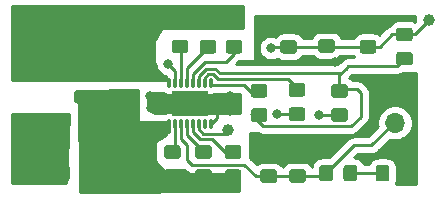
<source format=gbr>
G04 #@! TF.GenerationSoftware,KiCad,Pcbnew,(5.1.5-0-10_14)*
G04 #@! TF.CreationDate,2020-05-14T00:27:54+02:00*
G04 #@! TF.ProjectId,final,66696e61-6c2e-46b6-9963-61645f706362,rev?*
G04 #@! TF.SameCoordinates,Original*
G04 #@! TF.FileFunction,Copper,L1,Top*
G04 #@! TF.FilePolarity,Positive*
%FSLAX46Y46*%
G04 Gerber Fmt 4.6, Leading zero omitted, Abs format (unit mm)*
G04 Created by KiCad (PCBNEW (5.1.5-0-10_14)) date 2020-05-14 00:27:54*
%MOMM*%
%LPD*%
G04 APERTURE LIST*
%ADD10C,0.100000*%
%ADD11C,1.000000*%
%ADD12O,1.700000X1.700000*%
%ADD13R,1.700000X1.700000*%
%ADD14R,0.400000X0.320000*%
%ADD15R,1.125000X0.230000*%
%ADD16O,0.850000X0.280000*%
%ADD17O,0.280000X0.850000*%
%ADD18R,1.525000X1.025000*%
%ADD19R,3.000000X3.000000*%
%ADD20C,0.800000*%
%ADD21C,0.250000*%
%ADD22C,0.254000*%
G04 APERTURE END LIST*
G04 #@! TA.AperFunction,SMDPad,CuDef*
D10*
G36*
X54374505Y-17576204D02*
G01*
X54398773Y-17579804D01*
X54422572Y-17585765D01*
X54445671Y-17594030D01*
X54467850Y-17604520D01*
X54488893Y-17617132D01*
X54508599Y-17631747D01*
X54526777Y-17648223D01*
X54543253Y-17666401D01*
X54557868Y-17686107D01*
X54570480Y-17707150D01*
X54580970Y-17729329D01*
X54589235Y-17752428D01*
X54595196Y-17776227D01*
X54598796Y-17800495D01*
X54600000Y-17824999D01*
X54600000Y-18475001D01*
X54598796Y-18499505D01*
X54595196Y-18523773D01*
X54589235Y-18547572D01*
X54580970Y-18570671D01*
X54570480Y-18592850D01*
X54557868Y-18613893D01*
X54543253Y-18633599D01*
X54526777Y-18651777D01*
X54508599Y-18668253D01*
X54488893Y-18682868D01*
X54467850Y-18695480D01*
X54445671Y-18705970D01*
X54422572Y-18714235D01*
X54398773Y-18720196D01*
X54374505Y-18723796D01*
X54350001Y-18725000D01*
X53449999Y-18725000D01*
X53425495Y-18723796D01*
X53401227Y-18720196D01*
X53377428Y-18714235D01*
X53354329Y-18705970D01*
X53332150Y-18695480D01*
X53311107Y-18682868D01*
X53291401Y-18668253D01*
X53273223Y-18651777D01*
X53256747Y-18633599D01*
X53242132Y-18613893D01*
X53229520Y-18592850D01*
X53219030Y-18570671D01*
X53210765Y-18547572D01*
X53204804Y-18523773D01*
X53201204Y-18499505D01*
X53200000Y-18475001D01*
X53200000Y-17824999D01*
X53201204Y-17800495D01*
X53204804Y-17776227D01*
X53210765Y-17752428D01*
X53219030Y-17729329D01*
X53229520Y-17707150D01*
X53242132Y-17686107D01*
X53256747Y-17666401D01*
X53273223Y-17648223D01*
X53291401Y-17631747D01*
X53311107Y-17617132D01*
X53332150Y-17604520D01*
X53354329Y-17594030D01*
X53377428Y-17585765D01*
X53401227Y-17579804D01*
X53425495Y-17576204D01*
X53449999Y-17575000D01*
X54350001Y-17575000D01*
X54374505Y-17576204D01*
G37*
G04 #@! TD.AperFunction*
G04 #@! TA.AperFunction,SMDPad,CuDef*
G36*
X54374505Y-15526204D02*
G01*
X54398773Y-15529804D01*
X54422572Y-15535765D01*
X54445671Y-15544030D01*
X54467850Y-15554520D01*
X54488893Y-15567132D01*
X54508599Y-15581747D01*
X54526777Y-15598223D01*
X54543253Y-15616401D01*
X54557868Y-15636107D01*
X54570480Y-15657150D01*
X54580970Y-15679329D01*
X54589235Y-15702428D01*
X54595196Y-15726227D01*
X54598796Y-15750495D01*
X54600000Y-15774999D01*
X54600000Y-16425001D01*
X54598796Y-16449505D01*
X54595196Y-16473773D01*
X54589235Y-16497572D01*
X54580970Y-16520671D01*
X54570480Y-16542850D01*
X54557868Y-16563893D01*
X54543253Y-16583599D01*
X54526777Y-16601777D01*
X54508599Y-16618253D01*
X54488893Y-16632868D01*
X54467850Y-16645480D01*
X54445671Y-16655970D01*
X54422572Y-16664235D01*
X54398773Y-16670196D01*
X54374505Y-16673796D01*
X54350001Y-16675000D01*
X53449999Y-16675000D01*
X53425495Y-16673796D01*
X53401227Y-16670196D01*
X53377428Y-16664235D01*
X53354329Y-16655970D01*
X53332150Y-16645480D01*
X53311107Y-16632868D01*
X53291401Y-16618253D01*
X53273223Y-16601777D01*
X53256747Y-16583599D01*
X53242132Y-16563893D01*
X53229520Y-16542850D01*
X53219030Y-16520671D01*
X53210765Y-16497572D01*
X53204804Y-16473773D01*
X53201204Y-16449505D01*
X53200000Y-16425001D01*
X53200000Y-15774999D01*
X53201204Y-15750495D01*
X53204804Y-15726227D01*
X53210765Y-15702428D01*
X53219030Y-15679329D01*
X53229520Y-15657150D01*
X53242132Y-15636107D01*
X53256747Y-15616401D01*
X53273223Y-15598223D01*
X53291401Y-15581747D01*
X53311107Y-15567132D01*
X53332150Y-15554520D01*
X53354329Y-15544030D01*
X53377428Y-15535765D01*
X53401227Y-15529804D01*
X53425495Y-15526204D01*
X53449999Y-15525000D01*
X54350001Y-15525000D01*
X54374505Y-15526204D01*
G37*
G04 #@! TD.AperFunction*
G04 #@! TA.AperFunction,SMDPad,CuDef*
G36*
X48874505Y-22351204D02*
G01*
X48898773Y-22354804D01*
X48922572Y-22360765D01*
X48945671Y-22369030D01*
X48967850Y-22379520D01*
X48988893Y-22392132D01*
X49008599Y-22406747D01*
X49026777Y-22423223D01*
X49043253Y-22441401D01*
X49057868Y-22461107D01*
X49070480Y-22482150D01*
X49080970Y-22504329D01*
X49089235Y-22527428D01*
X49095196Y-22551227D01*
X49098796Y-22575495D01*
X49100000Y-22599999D01*
X49100000Y-23250001D01*
X49098796Y-23274505D01*
X49095196Y-23298773D01*
X49089235Y-23322572D01*
X49080970Y-23345671D01*
X49070480Y-23367850D01*
X49057868Y-23388893D01*
X49043253Y-23408599D01*
X49026777Y-23426777D01*
X49008599Y-23443253D01*
X48988893Y-23457868D01*
X48967850Y-23470480D01*
X48945671Y-23480970D01*
X48922572Y-23489235D01*
X48898773Y-23495196D01*
X48874505Y-23498796D01*
X48850001Y-23500000D01*
X47949999Y-23500000D01*
X47925495Y-23498796D01*
X47901227Y-23495196D01*
X47877428Y-23489235D01*
X47854329Y-23480970D01*
X47832150Y-23470480D01*
X47811107Y-23457868D01*
X47791401Y-23443253D01*
X47773223Y-23426777D01*
X47756747Y-23408599D01*
X47742132Y-23388893D01*
X47729520Y-23367850D01*
X47719030Y-23345671D01*
X47710765Y-23322572D01*
X47704804Y-23298773D01*
X47701204Y-23274505D01*
X47700000Y-23250001D01*
X47700000Y-22599999D01*
X47701204Y-22575495D01*
X47704804Y-22551227D01*
X47710765Y-22527428D01*
X47719030Y-22504329D01*
X47729520Y-22482150D01*
X47742132Y-22461107D01*
X47756747Y-22441401D01*
X47773223Y-22423223D01*
X47791401Y-22406747D01*
X47811107Y-22392132D01*
X47832150Y-22379520D01*
X47854329Y-22369030D01*
X47877428Y-22360765D01*
X47901227Y-22354804D01*
X47925495Y-22351204D01*
X47949999Y-22350000D01*
X48850001Y-22350000D01*
X48874505Y-22351204D01*
G37*
G04 #@! TD.AperFunction*
G04 #@! TA.AperFunction,SMDPad,CuDef*
G36*
X48874505Y-20301204D02*
G01*
X48898773Y-20304804D01*
X48922572Y-20310765D01*
X48945671Y-20319030D01*
X48967850Y-20329520D01*
X48988893Y-20342132D01*
X49008599Y-20356747D01*
X49026777Y-20373223D01*
X49043253Y-20391401D01*
X49057868Y-20411107D01*
X49070480Y-20432150D01*
X49080970Y-20454329D01*
X49089235Y-20477428D01*
X49095196Y-20501227D01*
X49098796Y-20525495D01*
X49100000Y-20549999D01*
X49100000Y-21200001D01*
X49098796Y-21224505D01*
X49095196Y-21248773D01*
X49089235Y-21272572D01*
X49080970Y-21295671D01*
X49070480Y-21317850D01*
X49057868Y-21338893D01*
X49043253Y-21358599D01*
X49026777Y-21376777D01*
X49008599Y-21393253D01*
X48988893Y-21407868D01*
X48967850Y-21420480D01*
X48945671Y-21430970D01*
X48922572Y-21439235D01*
X48898773Y-21445196D01*
X48874505Y-21448796D01*
X48850001Y-21450000D01*
X47949999Y-21450000D01*
X47925495Y-21448796D01*
X47901227Y-21445196D01*
X47877428Y-21439235D01*
X47854329Y-21430970D01*
X47832150Y-21420480D01*
X47811107Y-21407868D01*
X47791401Y-21393253D01*
X47773223Y-21376777D01*
X47756747Y-21358599D01*
X47742132Y-21338893D01*
X47729520Y-21317850D01*
X47719030Y-21295671D01*
X47710765Y-21272572D01*
X47704804Y-21248773D01*
X47701204Y-21224505D01*
X47700000Y-21200001D01*
X47700000Y-20549999D01*
X47701204Y-20525495D01*
X47704804Y-20501227D01*
X47710765Y-20477428D01*
X47719030Y-20454329D01*
X47729520Y-20432150D01*
X47742132Y-20411107D01*
X47756747Y-20391401D01*
X47773223Y-20373223D01*
X47791401Y-20356747D01*
X47811107Y-20342132D01*
X47832150Y-20329520D01*
X47854329Y-20319030D01*
X47877428Y-20310765D01*
X47901227Y-20304804D01*
X47925495Y-20301204D01*
X47949999Y-20300000D01*
X48850001Y-20300000D01*
X48874505Y-20301204D01*
G37*
G04 #@! TD.AperFunction*
G04 #@! TA.AperFunction,SMDPad,CuDef*
G36*
X47612005Y-27151204D02*
G01*
X47636273Y-27154804D01*
X47660072Y-27160765D01*
X47683171Y-27169030D01*
X47705350Y-27179520D01*
X47726393Y-27192132D01*
X47746099Y-27206747D01*
X47764277Y-27223223D01*
X47780753Y-27241401D01*
X47795368Y-27261107D01*
X47807980Y-27282150D01*
X47818470Y-27304329D01*
X47826735Y-27327428D01*
X47832696Y-27351227D01*
X47836296Y-27375495D01*
X47837500Y-27399999D01*
X47837500Y-28300001D01*
X47836296Y-28324505D01*
X47832696Y-28348773D01*
X47826735Y-28372572D01*
X47818470Y-28395671D01*
X47807980Y-28417850D01*
X47795368Y-28438893D01*
X47780753Y-28458599D01*
X47764277Y-28476777D01*
X47746099Y-28493253D01*
X47726393Y-28507868D01*
X47705350Y-28520480D01*
X47683171Y-28530970D01*
X47660072Y-28539235D01*
X47636273Y-28545196D01*
X47612005Y-28548796D01*
X47587501Y-28550000D01*
X46937499Y-28550000D01*
X46912995Y-28548796D01*
X46888727Y-28545196D01*
X46864928Y-28539235D01*
X46841829Y-28530970D01*
X46819650Y-28520480D01*
X46798607Y-28507868D01*
X46778901Y-28493253D01*
X46760723Y-28476777D01*
X46744247Y-28458599D01*
X46729632Y-28438893D01*
X46717020Y-28417850D01*
X46706530Y-28395671D01*
X46698265Y-28372572D01*
X46692304Y-28348773D01*
X46688704Y-28324505D01*
X46687500Y-28300001D01*
X46687500Y-27399999D01*
X46688704Y-27375495D01*
X46692304Y-27351227D01*
X46698265Y-27327428D01*
X46706530Y-27304329D01*
X46717020Y-27282150D01*
X46729632Y-27261107D01*
X46744247Y-27241401D01*
X46760723Y-27223223D01*
X46778901Y-27206747D01*
X46798607Y-27192132D01*
X46819650Y-27179520D01*
X46841829Y-27169030D01*
X46864928Y-27160765D01*
X46888727Y-27154804D01*
X46912995Y-27151204D01*
X46937499Y-27150000D01*
X47587501Y-27150000D01*
X47612005Y-27151204D01*
G37*
G04 #@! TD.AperFunction*
G04 #@! TA.AperFunction,SMDPad,CuDef*
G36*
X49662005Y-27151204D02*
G01*
X49686273Y-27154804D01*
X49710072Y-27160765D01*
X49733171Y-27169030D01*
X49755350Y-27179520D01*
X49776393Y-27192132D01*
X49796099Y-27206747D01*
X49814277Y-27223223D01*
X49830753Y-27241401D01*
X49845368Y-27261107D01*
X49857980Y-27282150D01*
X49868470Y-27304329D01*
X49876735Y-27327428D01*
X49882696Y-27351227D01*
X49886296Y-27375495D01*
X49887500Y-27399999D01*
X49887500Y-28300001D01*
X49886296Y-28324505D01*
X49882696Y-28348773D01*
X49876735Y-28372572D01*
X49868470Y-28395671D01*
X49857980Y-28417850D01*
X49845368Y-28438893D01*
X49830753Y-28458599D01*
X49814277Y-28476777D01*
X49796099Y-28493253D01*
X49776393Y-28507868D01*
X49755350Y-28520480D01*
X49733171Y-28530970D01*
X49710072Y-28539235D01*
X49686273Y-28545196D01*
X49662005Y-28548796D01*
X49637501Y-28550000D01*
X48987499Y-28550000D01*
X48962995Y-28548796D01*
X48938727Y-28545196D01*
X48914928Y-28539235D01*
X48891829Y-28530970D01*
X48869650Y-28520480D01*
X48848607Y-28507868D01*
X48828901Y-28493253D01*
X48810723Y-28476777D01*
X48794247Y-28458599D01*
X48779632Y-28438893D01*
X48767020Y-28417850D01*
X48756530Y-28395671D01*
X48748265Y-28372572D01*
X48742304Y-28348773D01*
X48738704Y-28324505D01*
X48737500Y-28300001D01*
X48737500Y-27399999D01*
X48738704Y-27375495D01*
X48742304Y-27351227D01*
X48748265Y-27327428D01*
X48756530Y-27304329D01*
X48767020Y-27282150D01*
X48779632Y-27261107D01*
X48794247Y-27241401D01*
X48810723Y-27223223D01*
X48828901Y-27206747D01*
X48848607Y-27192132D01*
X48869650Y-27179520D01*
X48891829Y-27169030D01*
X48914928Y-27160765D01*
X48938727Y-27154804D01*
X48962995Y-27151204D01*
X48987499Y-27150000D01*
X49637501Y-27150000D01*
X49662005Y-27151204D01*
G37*
G04 #@! TD.AperFunction*
G04 #@! TA.AperFunction,SMDPad,CuDef*
G36*
X45274505Y-20226204D02*
G01*
X45298773Y-20229804D01*
X45322572Y-20235765D01*
X45345671Y-20244030D01*
X45367850Y-20254520D01*
X45388893Y-20267132D01*
X45408599Y-20281747D01*
X45426777Y-20298223D01*
X45443253Y-20316401D01*
X45457868Y-20336107D01*
X45470480Y-20357150D01*
X45480970Y-20379329D01*
X45489235Y-20402428D01*
X45495196Y-20426227D01*
X45498796Y-20450495D01*
X45500000Y-20474999D01*
X45500000Y-21125001D01*
X45498796Y-21149505D01*
X45495196Y-21173773D01*
X45489235Y-21197572D01*
X45480970Y-21220671D01*
X45470480Y-21242850D01*
X45457868Y-21263893D01*
X45443253Y-21283599D01*
X45426777Y-21301777D01*
X45408599Y-21318253D01*
X45388893Y-21332868D01*
X45367850Y-21345480D01*
X45345671Y-21355970D01*
X45322572Y-21364235D01*
X45298773Y-21370196D01*
X45274505Y-21373796D01*
X45250001Y-21375000D01*
X44349999Y-21375000D01*
X44325495Y-21373796D01*
X44301227Y-21370196D01*
X44277428Y-21364235D01*
X44254329Y-21355970D01*
X44232150Y-21345480D01*
X44211107Y-21332868D01*
X44191401Y-21318253D01*
X44173223Y-21301777D01*
X44156747Y-21283599D01*
X44142132Y-21263893D01*
X44129520Y-21242850D01*
X44119030Y-21220671D01*
X44110765Y-21197572D01*
X44104804Y-21173773D01*
X44101204Y-21149505D01*
X44100000Y-21125001D01*
X44100000Y-20474999D01*
X44101204Y-20450495D01*
X44104804Y-20426227D01*
X44110765Y-20402428D01*
X44119030Y-20379329D01*
X44129520Y-20357150D01*
X44142132Y-20336107D01*
X44156747Y-20316401D01*
X44173223Y-20298223D01*
X44191401Y-20281747D01*
X44211107Y-20267132D01*
X44232150Y-20254520D01*
X44254329Y-20244030D01*
X44277428Y-20235765D01*
X44301227Y-20229804D01*
X44325495Y-20226204D01*
X44349999Y-20225000D01*
X45250001Y-20225000D01*
X45274505Y-20226204D01*
G37*
G04 #@! TD.AperFunction*
G04 #@! TA.AperFunction,SMDPad,CuDef*
G36*
X45274505Y-22276204D02*
G01*
X45298773Y-22279804D01*
X45322572Y-22285765D01*
X45345671Y-22294030D01*
X45367850Y-22304520D01*
X45388893Y-22317132D01*
X45408599Y-22331747D01*
X45426777Y-22348223D01*
X45443253Y-22366401D01*
X45457868Y-22386107D01*
X45470480Y-22407150D01*
X45480970Y-22429329D01*
X45489235Y-22452428D01*
X45495196Y-22476227D01*
X45498796Y-22500495D01*
X45500000Y-22524999D01*
X45500000Y-23175001D01*
X45498796Y-23199505D01*
X45495196Y-23223773D01*
X45489235Y-23247572D01*
X45480970Y-23270671D01*
X45470480Y-23292850D01*
X45457868Y-23313893D01*
X45443253Y-23333599D01*
X45426777Y-23351777D01*
X45408599Y-23368253D01*
X45388893Y-23382868D01*
X45367850Y-23395480D01*
X45345671Y-23405970D01*
X45322572Y-23414235D01*
X45298773Y-23420196D01*
X45274505Y-23423796D01*
X45250001Y-23425000D01*
X44349999Y-23425000D01*
X44325495Y-23423796D01*
X44301227Y-23420196D01*
X44277428Y-23414235D01*
X44254329Y-23405970D01*
X44232150Y-23395480D01*
X44211107Y-23382868D01*
X44191401Y-23368253D01*
X44173223Y-23351777D01*
X44156747Y-23333599D01*
X44142132Y-23313893D01*
X44129520Y-23292850D01*
X44119030Y-23270671D01*
X44110765Y-23247572D01*
X44104804Y-23223773D01*
X44101204Y-23199505D01*
X44100000Y-23175001D01*
X44100000Y-22524999D01*
X44101204Y-22500495D01*
X44104804Y-22476227D01*
X44110765Y-22452428D01*
X44119030Y-22429329D01*
X44129520Y-22407150D01*
X44142132Y-22386107D01*
X44156747Y-22366401D01*
X44173223Y-22348223D01*
X44191401Y-22331747D01*
X44211107Y-22317132D01*
X44232150Y-22304520D01*
X44254329Y-22294030D01*
X44277428Y-22285765D01*
X44301227Y-22279804D01*
X44325495Y-22276204D01*
X44349999Y-22275000D01*
X45250001Y-22275000D01*
X45274505Y-22276204D01*
G37*
G04 #@! TD.AperFunction*
G04 #@! TA.AperFunction,SMDPad,CuDef*
G36*
X42074505Y-22351204D02*
G01*
X42098773Y-22354804D01*
X42122572Y-22360765D01*
X42145671Y-22369030D01*
X42167850Y-22379520D01*
X42188893Y-22392132D01*
X42208599Y-22406747D01*
X42226777Y-22423223D01*
X42243253Y-22441401D01*
X42257868Y-22461107D01*
X42270480Y-22482150D01*
X42280970Y-22504329D01*
X42289235Y-22527428D01*
X42295196Y-22551227D01*
X42298796Y-22575495D01*
X42300000Y-22599999D01*
X42300000Y-23250001D01*
X42298796Y-23274505D01*
X42295196Y-23298773D01*
X42289235Y-23322572D01*
X42280970Y-23345671D01*
X42270480Y-23367850D01*
X42257868Y-23388893D01*
X42243253Y-23408599D01*
X42226777Y-23426777D01*
X42208599Y-23443253D01*
X42188893Y-23457868D01*
X42167850Y-23470480D01*
X42145671Y-23480970D01*
X42122572Y-23489235D01*
X42098773Y-23495196D01*
X42074505Y-23498796D01*
X42050001Y-23500000D01*
X41149999Y-23500000D01*
X41125495Y-23498796D01*
X41101227Y-23495196D01*
X41077428Y-23489235D01*
X41054329Y-23480970D01*
X41032150Y-23470480D01*
X41011107Y-23457868D01*
X40991401Y-23443253D01*
X40973223Y-23426777D01*
X40956747Y-23408599D01*
X40942132Y-23388893D01*
X40929520Y-23367850D01*
X40919030Y-23345671D01*
X40910765Y-23322572D01*
X40904804Y-23298773D01*
X40901204Y-23274505D01*
X40900000Y-23250001D01*
X40900000Y-22599999D01*
X40901204Y-22575495D01*
X40904804Y-22551227D01*
X40910765Y-22527428D01*
X40919030Y-22504329D01*
X40929520Y-22482150D01*
X40942132Y-22461107D01*
X40956747Y-22441401D01*
X40973223Y-22423223D01*
X40991401Y-22406747D01*
X41011107Y-22392132D01*
X41032150Y-22379520D01*
X41054329Y-22369030D01*
X41077428Y-22360765D01*
X41101227Y-22354804D01*
X41125495Y-22351204D01*
X41149999Y-22350000D01*
X42050001Y-22350000D01*
X42074505Y-22351204D01*
G37*
G04 #@! TD.AperFunction*
G04 #@! TA.AperFunction,SMDPad,CuDef*
G36*
X42074505Y-20301204D02*
G01*
X42098773Y-20304804D01*
X42122572Y-20310765D01*
X42145671Y-20319030D01*
X42167850Y-20329520D01*
X42188893Y-20342132D01*
X42208599Y-20356747D01*
X42226777Y-20373223D01*
X42243253Y-20391401D01*
X42257868Y-20411107D01*
X42270480Y-20432150D01*
X42280970Y-20454329D01*
X42289235Y-20477428D01*
X42295196Y-20501227D01*
X42298796Y-20525495D01*
X42300000Y-20549999D01*
X42300000Y-21200001D01*
X42298796Y-21224505D01*
X42295196Y-21248773D01*
X42289235Y-21272572D01*
X42280970Y-21295671D01*
X42270480Y-21317850D01*
X42257868Y-21338893D01*
X42243253Y-21358599D01*
X42226777Y-21376777D01*
X42208599Y-21393253D01*
X42188893Y-21407868D01*
X42167850Y-21420480D01*
X42145671Y-21430970D01*
X42122572Y-21439235D01*
X42098773Y-21445196D01*
X42074505Y-21448796D01*
X42050001Y-21450000D01*
X41149999Y-21450000D01*
X41125495Y-21448796D01*
X41101227Y-21445196D01*
X41077428Y-21439235D01*
X41054329Y-21430970D01*
X41032150Y-21420480D01*
X41011107Y-21407868D01*
X40991401Y-21393253D01*
X40973223Y-21376777D01*
X40956747Y-21358599D01*
X40942132Y-21338893D01*
X40929520Y-21317850D01*
X40919030Y-21295671D01*
X40910765Y-21272572D01*
X40904804Y-21248773D01*
X40901204Y-21224505D01*
X40900000Y-21200001D01*
X40900000Y-20549999D01*
X40901204Y-20525495D01*
X40904804Y-20501227D01*
X40910765Y-20477428D01*
X40919030Y-20454329D01*
X40929520Y-20432150D01*
X40942132Y-20411107D01*
X40956747Y-20391401D01*
X40973223Y-20373223D01*
X40991401Y-20356747D01*
X41011107Y-20342132D01*
X41032150Y-20329520D01*
X41054329Y-20319030D01*
X41077428Y-20310765D01*
X41101227Y-20304804D01*
X41125495Y-20301204D01*
X41149999Y-20300000D01*
X42050001Y-20300000D01*
X42074505Y-20301204D01*
G37*
G04 #@! TD.AperFunction*
G04 #@! TA.AperFunction,SMDPad,CuDef*
G36*
X39949505Y-14526204D02*
G01*
X39973773Y-14529804D01*
X39997572Y-14535765D01*
X40020671Y-14544030D01*
X40042850Y-14554520D01*
X40063893Y-14567132D01*
X40083599Y-14581747D01*
X40101777Y-14598223D01*
X40118253Y-14616401D01*
X40132868Y-14636107D01*
X40145480Y-14657150D01*
X40155970Y-14679329D01*
X40164235Y-14702428D01*
X40170196Y-14726227D01*
X40173796Y-14750495D01*
X40175000Y-14774999D01*
X40175000Y-15425001D01*
X40173796Y-15449505D01*
X40170196Y-15473773D01*
X40164235Y-15497572D01*
X40155970Y-15520671D01*
X40145480Y-15542850D01*
X40132868Y-15563893D01*
X40118253Y-15583599D01*
X40101777Y-15601777D01*
X40083599Y-15618253D01*
X40063893Y-15632868D01*
X40042850Y-15645480D01*
X40020671Y-15655970D01*
X39997572Y-15664235D01*
X39973773Y-15670196D01*
X39949505Y-15673796D01*
X39925001Y-15675000D01*
X39024999Y-15675000D01*
X39000495Y-15673796D01*
X38976227Y-15670196D01*
X38952428Y-15664235D01*
X38929329Y-15655970D01*
X38907150Y-15645480D01*
X38886107Y-15632868D01*
X38866401Y-15618253D01*
X38848223Y-15601777D01*
X38831747Y-15583599D01*
X38817132Y-15563893D01*
X38804520Y-15542850D01*
X38794030Y-15520671D01*
X38785765Y-15497572D01*
X38779804Y-15473773D01*
X38776204Y-15449505D01*
X38775000Y-15425001D01*
X38775000Y-14774999D01*
X38776204Y-14750495D01*
X38779804Y-14726227D01*
X38785765Y-14702428D01*
X38794030Y-14679329D01*
X38804520Y-14657150D01*
X38817132Y-14636107D01*
X38831747Y-14616401D01*
X38848223Y-14598223D01*
X38866401Y-14581747D01*
X38886107Y-14567132D01*
X38907150Y-14554520D01*
X38929329Y-14544030D01*
X38952428Y-14535765D01*
X38976227Y-14529804D01*
X39000495Y-14526204D01*
X39024999Y-14525000D01*
X39925001Y-14525000D01*
X39949505Y-14526204D01*
G37*
G04 #@! TD.AperFunction*
G04 #@! TA.AperFunction,SMDPad,CuDef*
G36*
X39949505Y-16576204D02*
G01*
X39973773Y-16579804D01*
X39997572Y-16585765D01*
X40020671Y-16594030D01*
X40042850Y-16604520D01*
X40063893Y-16617132D01*
X40083599Y-16631747D01*
X40101777Y-16648223D01*
X40118253Y-16666401D01*
X40132868Y-16686107D01*
X40145480Y-16707150D01*
X40155970Y-16729329D01*
X40164235Y-16752428D01*
X40170196Y-16776227D01*
X40173796Y-16800495D01*
X40175000Y-16824999D01*
X40175000Y-17475001D01*
X40173796Y-17499505D01*
X40170196Y-17523773D01*
X40164235Y-17547572D01*
X40155970Y-17570671D01*
X40145480Y-17592850D01*
X40132868Y-17613893D01*
X40118253Y-17633599D01*
X40101777Y-17651777D01*
X40083599Y-17668253D01*
X40063893Y-17682868D01*
X40042850Y-17695480D01*
X40020671Y-17705970D01*
X39997572Y-17714235D01*
X39973773Y-17720196D01*
X39949505Y-17723796D01*
X39925001Y-17725000D01*
X39024999Y-17725000D01*
X39000495Y-17723796D01*
X38976227Y-17720196D01*
X38952428Y-17714235D01*
X38929329Y-17705970D01*
X38907150Y-17695480D01*
X38886107Y-17682868D01*
X38866401Y-17668253D01*
X38848223Y-17651777D01*
X38831747Y-17633599D01*
X38817132Y-17613893D01*
X38804520Y-17592850D01*
X38794030Y-17570671D01*
X38785765Y-17547572D01*
X38779804Y-17523773D01*
X38776204Y-17499505D01*
X38775000Y-17475001D01*
X38775000Y-16824999D01*
X38776204Y-16800495D01*
X38779804Y-16776227D01*
X38785765Y-16752428D01*
X38794030Y-16729329D01*
X38804520Y-16707150D01*
X38817132Y-16686107D01*
X38831747Y-16666401D01*
X38848223Y-16648223D01*
X38866401Y-16631747D01*
X38886107Y-16617132D01*
X38907150Y-16604520D01*
X38929329Y-16594030D01*
X38952428Y-16585765D01*
X38976227Y-16579804D01*
X39000495Y-16576204D01*
X39024999Y-16575000D01*
X39925001Y-16575000D01*
X39949505Y-16576204D01*
G37*
G04 #@! TD.AperFunction*
G04 #@! TA.AperFunction,SMDPad,CuDef*
G36*
X39874505Y-27526204D02*
G01*
X39898773Y-27529804D01*
X39922572Y-27535765D01*
X39945671Y-27544030D01*
X39967850Y-27554520D01*
X39988893Y-27567132D01*
X40008599Y-27581747D01*
X40026777Y-27598223D01*
X40043253Y-27616401D01*
X40057868Y-27636107D01*
X40070480Y-27657150D01*
X40080970Y-27679329D01*
X40089235Y-27702428D01*
X40095196Y-27726227D01*
X40098796Y-27750495D01*
X40100000Y-27774999D01*
X40100000Y-28425001D01*
X40098796Y-28449505D01*
X40095196Y-28473773D01*
X40089235Y-28497572D01*
X40080970Y-28520671D01*
X40070480Y-28542850D01*
X40057868Y-28563893D01*
X40043253Y-28583599D01*
X40026777Y-28601777D01*
X40008599Y-28618253D01*
X39988893Y-28632868D01*
X39967850Y-28645480D01*
X39945671Y-28655970D01*
X39922572Y-28664235D01*
X39898773Y-28670196D01*
X39874505Y-28673796D01*
X39850001Y-28675000D01*
X38949999Y-28675000D01*
X38925495Y-28673796D01*
X38901227Y-28670196D01*
X38877428Y-28664235D01*
X38854329Y-28655970D01*
X38832150Y-28645480D01*
X38811107Y-28632868D01*
X38791401Y-28618253D01*
X38773223Y-28601777D01*
X38756747Y-28583599D01*
X38742132Y-28563893D01*
X38729520Y-28542850D01*
X38719030Y-28520671D01*
X38710765Y-28497572D01*
X38704804Y-28473773D01*
X38701204Y-28449505D01*
X38700000Y-28425001D01*
X38700000Y-27774999D01*
X38701204Y-27750495D01*
X38704804Y-27726227D01*
X38710765Y-27702428D01*
X38719030Y-27679329D01*
X38729520Y-27657150D01*
X38742132Y-27636107D01*
X38756747Y-27616401D01*
X38773223Y-27598223D01*
X38791401Y-27581747D01*
X38811107Y-27567132D01*
X38832150Y-27554520D01*
X38854329Y-27544030D01*
X38877428Y-27535765D01*
X38901227Y-27529804D01*
X38925495Y-27526204D01*
X38949999Y-27525000D01*
X39850001Y-27525000D01*
X39874505Y-27526204D01*
G37*
G04 #@! TD.AperFunction*
G04 #@! TA.AperFunction,SMDPad,CuDef*
G36*
X39874505Y-25476204D02*
G01*
X39898773Y-25479804D01*
X39922572Y-25485765D01*
X39945671Y-25494030D01*
X39967850Y-25504520D01*
X39988893Y-25517132D01*
X40008599Y-25531747D01*
X40026777Y-25548223D01*
X40043253Y-25566401D01*
X40057868Y-25586107D01*
X40070480Y-25607150D01*
X40080970Y-25629329D01*
X40089235Y-25652428D01*
X40095196Y-25676227D01*
X40098796Y-25700495D01*
X40100000Y-25724999D01*
X40100000Y-26375001D01*
X40098796Y-26399505D01*
X40095196Y-26423773D01*
X40089235Y-26447572D01*
X40080970Y-26470671D01*
X40070480Y-26492850D01*
X40057868Y-26513893D01*
X40043253Y-26533599D01*
X40026777Y-26551777D01*
X40008599Y-26568253D01*
X39988893Y-26582868D01*
X39967850Y-26595480D01*
X39945671Y-26605970D01*
X39922572Y-26614235D01*
X39898773Y-26620196D01*
X39874505Y-26623796D01*
X39850001Y-26625000D01*
X38949999Y-26625000D01*
X38925495Y-26623796D01*
X38901227Y-26620196D01*
X38877428Y-26614235D01*
X38854329Y-26605970D01*
X38832150Y-26595480D01*
X38811107Y-26582868D01*
X38791401Y-26568253D01*
X38773223Y-26551777D01*
X38756747Y-26533599D01*
X38742132Y-26513893D01*
X38729520Y-26492850D01*
X38719030Y-26470671D01*
X38710765Y-26447572D01*
X38704804Y-26423773D01*
X38701204Y-26399505D01*
X38700000Y-26375001D01*
X38700000Y-25724999D01*
X38701204Y-25700495D01*
X38704804Y-25676227D01*
X38710765Y-25652428D01*
X38719030Y-25629329D01*
X38729520Y-25607150D01*
X38742132Y-25586107D01*
X38756747Y-25566401D01*
X38773223Y-25548223D01*
X38791401Y-25531747D01*
X38811107Y-25517132D01*
X38832150Y-25504520D01*
X38854329Y-25494030D01*
X38877428Y-25485765D01*
X38901227Y-25479804D01*
X38925495Y-25476204D01*
X38949999Y-25475000D01*
X39850001Y-25475000D01*
X39874505Y-25476204D01*
G37*
G04 #@! TD.AperFunction*
G04 #@! TA.AperFunction,SMDPad,CuDef*
G36*
X37749505Y-14526204D02*
G01*
X37773773Y-14529804D01*
X37797572Y-14535765D01*
X37820671Y-14544030D01*
X37842850Y-14554520D01*
X37863893Y-14567132D01*
X37883599Y-14581747D01*
X37901777Y-14598223D01*
X37918253Y-14616401D01*
X37932868Y-14636107D01*
X37945480Y-14657150D01*
X37955970Y-14679329D01*
X37964235Y-14702428D01*
X37970196Y-14726227D01*
X37973796Y-14750495D01*
X37975000Y-14774999D01*
X37975000Y-15425001D01*
X37973796Y-15449505D01*
X37970196Y-15473773D01*
X37964235Y-15497572D01*
X37955970Y-15520671D01*
X37945480Y-15542850D01*
X37932868Y-15563893D01*
X37918253Y-15583599D01*
X37901777Y-15601777D01*
X37883599Y-15618253D01*
X37863893Y-15632868D01*
X37842850Y-15645480D01*
X37820671Y-15655970D01*
X37797572Y-15664235D01*
X37773773Y-15670196D01*
X37749505Y-15673796D01*
X37725001Y-15675000D01*
X36824999Y-15675000D01*
X36800495Y-15673796D01*
X36776227Y-15670196D01*
X36752428Y-15664235D01*
X36729329Y-15655970D01*
X36707150Y-15645480D01*
X36686107Y-15632868D01*
X36666401Y-15618253D01*
X36648223Y-15601777D01*
X36631747Y-15583599D01*
X36617132Y-15563893D01*
X36604520Y-15542850D01*
X36594030Y-15520671D01*
X36585765Y-15497572D01*
X36579804Y-15473773D01*
X36576204Y-15449505D01*
X36575000Y-15425001D01*
X36575000Y-14774999D01*
X36576204Y-14750495D01*
X36579804Y-14726227D01*
X36585765Y-14702428D01*
X36594030Y-14679329D01*
X36604520Y-14657150D01*
X36617132Y-14636107D01*
X36631747Y-14616401D01*
X36648223Y-14598223D01*
X36666401Y-14581747D01*
X36686107Y-14567132D01*
X36707150Y-14554520D01*
X36729329Y-14544030D01*
X36752428Y-14535765D01*
X36776227Y-14529804D01*
X36800495Y-14526204D01*
X36824999Y-14525000D01*
X37725001Y-14525000D01*
X37749505Y-14526204D01*
G37*
G04 #@! TD.AperFunction*
G04 #@! TA.AperFunction,SMDPad,CuDef*
G36*
X37749505Y-16576204D02*
G01*
X37773773Y-16579804D01*
X37797572Y-16585765D01*
X37820671Y-16594030D01*
X37842850Y-16604520D01*
X37863893Y-16617132D01*
X37883599Y-16631747D01*
X37901777Y-16648223D01*
X37918253Y-16666401D01*
X37932868Y-16686107D01*
X37945480Y-16707150D01*
X37955970Y-16729329D01*
X37964235Y-16752428D01*
X37970196Y-16776227D01*
X37973796Y-16800495D01*
X37975000Y-16824999D01*
X37975000Y-17475001D01*
X37973796Y-17499505D01*
X37970196Y-17523773D01*
X37964235Y-17547572D01*
X37955970Y-17570671D01*
X37945480Y-17592850D01*
X37932868Y-17613893D01*
X37918253Y-17633599D01*
X37901777Y-17651777D01*
X37883599Y-17668253D01*
X37863893Y-17682868D01*
X37842850Y-17695480D01*
X37820671Y-17705970D01*
X37797572Y-17714235D01*
X37773773Y-17720196D01*
X37749505Y-17723796D01*
X37725001Y-17725000D01*
X36824999Y-17725000D01*
X36800495Y-17723796D01*
X36776227Y-17720196D01*
X36752428Y-17714235D01*
X36729329Y-17705970D01*
X36707150Y-17695480D01*
X36686107Y-17682868D01*
X36666401Y-17668253D01*
X36648223Y-17651777D01*
X36631747Y-17633599D01*
X36617132Y-17613893D01*
X36604520Y-17592850D01*
X36594030Y-17570671D01*
X36585765Y-17547572D01*
X36579804Y-17523773D01*
X36576204Y-17499505D01*
X36575000Y-17475001D01*
X36575000Y-16824999D01*
X36576204Y-16800495D01*
X36579804Y-16776227D01*
X36585765Y-16752428D01*
X36594030Y-16729329D01*
X36604520Y-16707150D01*
X36617132Y-16686107D01*
X36631747Y-16666401D01*
X36648223Y-16648223D01*
X36666401Y-16631747D01*
X36686107Y-16617132D01*
X36707150Y-16604520D01*
X36729329Y-16594030D01*
X36752428Y-16585765D01*
X36776227Y-16579804D01*
X36800495Y-16576204D01*
X36824999Y-16575000D01*
X37725001Y-16575000D01*
X37749505Y-16576204D01*
G37*
G04 #@! TD.AperFunction*
G04 #@! TA.AperFunction,SMDPad,CuDef*
G36*
X37374505Y-27526204D02*
G01*
X37398773Y-27529804D01*
X37422572Y-27535765D01*
X37445671Y-27544030D01*
X37467850Y-27554520D01*
X37488893Y-27567132D01*
X37508599Y-27581747D01*
X37526777Y-27598223D01*
X37543253Y-27616401D01*
X37557868Y-27636107D01*
X37570480Y-27657150D01*
X37580970Y-27679329D01*
X37589235Y-27702428D01*
X37595196Y-27726227D01*
X37598796Y-27750495D01*
X37600000Y-27774999D01*
X37600000Y-28425001D01*
X37598796Y-28449505D01*
X37595196Y-28473773D01*
X37589235Y-28497572D01*
X37580970Y-28520671D01*
X37570480Y-28542850D01*
X37557868Y-28563893D01*
X37543253Y-28583599D01*
X37526777Y-28601777D01*
X37508599Y-28618253D01*
X37488893Y-28632868D01*
X37467850Y-28645480D01*
X37445671Y-28655970D01*
X37422572Y-28664235D01*
X37398773Y-28670196D01*
X37374505Y-28673796D01*
X37350001Y-28675000D01*
X36449999Y-28675000D01*
X36425495Y-28673796D01*
X36401227Y-28670196D01*
X36377428Y-28664235D01*
X36354329Y-28655970D01*
X36332150Y-28645480D01*
X36311107Y-28632868D01*
X36291401Y-28618253D01*
X36273223Y-28601777D01*
X36256747Y-28583599D01*
X36242132Y-28563893D01*
X36229520Y-28542850D01*
X36219030Y-28520671D01*
X36210765Y-28497572D01*
X36204804Y-28473773D01*
X36201204Y-28449505D01*
X36200000Y-28425001D01*
X36200000Y-27774999D01*
X36201204Y-27750495D01*
X36204804Y-27726227D01*
X36210765Y-27702428D01*
X36219030Y-27679329D01*
X36229520Y-27657150D01*
X36242132Y-27636107D01*
X36256747Y-27616401D01*
X36273223Y-27598223D01*
X36291401Y-27581747D01*
X36311107Y-27567132D01*
X36332150Y-27554520D01*
X36354329Y-27544030D01*
X36377428Y-27535765D01*
X36401227Y-27529804D01*
X36425495Y-27526204D01*
X36449999Y-27525000D01*
X37350001Y-27525000D01*
X37374505Y-27526204D01*
G37*
G04 #@! TD.AperFunction*
G04 #@! TA.AperFunction,SMDPad,CuDef*
G36*
X37374505Y-25476204D02*
G01*
X37398773Y-25479804D01*
X37422572Y-25485765D01*
X37445671Y-25494030D01*
X37467850Y-25504520D01*
X37488893Y-25517132D01*
X37508599Y-25531747D01*
X37526777Y-25548223D01*
X37543253Y-25566401D01*
X37557868Y-25586107D01*
X37570480Y-25607150D01*
X37580970Y-25629329D01*
X37589235Y-25652428D01*
X37595196Y-25676227D01*
X37598796Y-25700495D01*
X37600000Y-25724999D01*
X37600000Y-26375001D01*
X37598796Y-26399505D01*
X37595196Y-26423773D01*
X37589235Y-26447572D01*
X37580970Y-26470671D01*
X37570480Y-26492850D01*
X37557868Y-26513893D01*
X37543253Y-26533599D01*
X37526777Y-26551777D01*
X37508599Y-26568253D01*
X37488893Y-26582868D01*
X37467850Y-26595480D01*
X37445671Y-26605970D01*
X37422572Y-26614235D01*
X37398773Y-26620196D01*
X37374505Y-26623796D01*
X37350001Y-26625000D01*
X36449999Y-26625000D01*
X36425495Y-26623796D01*
X36401227Y-26620196D01*
X36377428Y-26614235D01*
X36354329Y-26605970D01*
X36332150Y-26595480D01*
X36311107Y-26582868D01*
X36291401Y-26568253D01*
X36273223Y-26551777D01*
X36256747Y-26533599D01*
X36242132Y-26513893D01*
X36229520Y-26492850D01*
X36219030Y-26470671D01*
X36210765Y-26447572D01*
X36204804Y-26423773D01*
X36201204Y-26399505D01*
X36200000Y-26375001D01*
X36200000Y-25724999D01*
X36201204Y-25700495D01*
X36204804Y-25676227D01*
X36210765Y-25652428D01*
X36219030Y-25629329D01*
X36229520Y-25607150D01*
X36242132Y-25586107D01*
X36256747Y-25566401D01*
X36273223Y-25548223D01*
X36291401Y-25531747D01*
X36311107Y-25517132D01*
X36332150Y-25504520D01*
X36354329Y-25494030D01*
X36377428Y-25485765D01*
X36401227Y-25479804D01*
X36425495Y-25476204D01*
X36449999Y-25475000D01*
X37350001Y-25475000D01*
X37374505Y-25476204D01*
G37*
G04 #@! TD.AperFunction*
G04 #@! TA.AperFunction,SMDPad,CuDef*
G36*
X35374505Y-14501204D02*
G01*
X35398773Y-14504804D01*
X35422572Y-14510765D01*
X35445671Y-14519030D01*
X35467850Y-14529520D01*
X35488893Y-14542132D01*
X35508599Y-14556747D01*
X35526777Y-14573223D01*
X35543253Y-14591401D01*
X35557868Y-14611107D01*
X35570480Y-14632150D01*
X35580970Y-14654329D01*
X35589235Y-14677428D01*
X35595196Y-14701227D01*
X35598796Y-14725495D01*
X35600000Y-14749999D01*
X35600000Y-15400001D01*
X35598796Y-15424505D01*
X35595196Y-15448773D01*
X35589235Y-15472572D01*
X35580970Y-15495671D01*
X35570480Y-15517850D01*
X35557868Y-15538893D01*
X35543253Y-15558599D01*
X35526777Y-15576777D01*
X35508599Y-15593253D01*
X35488893Y-15607868D01*
X35467850Y-15620480D01*
X35445671Y-15630970D01*
X35422572Y-15639235D01*
X35398773Y-15645196D01*
X35374505Y-15648796D01*
X35350001Y-15650000D01*
X34449999Y-15650000D01*
X34425495Y-15648796D01*
X34401227Y-15645196D01*
X34377428Y-15639235D01*
X34354329Y-15630970D01*
X34332150Y-15620480D01*
X34311107Y-15607868D01*
X34291401Y-15593253D01*
X34273223Y-15576777D01*
X34256747Y-15558599D01*
X34242132Y-15538893D01*
X34229520Y-15517850D01*
X34219030Y-15495671D01*
X34210765Y-15472572D01*
X34204804Y-15448773D01*
X34201204Y-15424505D01*
X34200000Y-15400001D01*
X34200000Y-14749999D01*
X34201204Y-14725495D01*
X34204804Y-14701227D01*
X34210765Y-14677428D01*
X34219030Y-14654329D01*
X34229520Y-14632150D01*
X34242132Y-14611107D01*
X34256747Y-14591401D01*
X34273223Y-14573223D01*
X34291401Y-14556747D01*
X34311107Y-14542132D01*
X34332150Y-14529520D01*
X34354329Y-14519030D01*
X34377428Y-14510765D01*
X34401227Y-14504804D01*
X34425495Y-14501204D01*
X34449999Y-14500000D01*
X35350001Y-14500000D01*
X35374505Y-14501204D01*
G37*
G04 #@! TD.AperFunction*
G04 #@! TA.AperFunction,SMDPad,CuDef*
G36*
X35374505Y-16551204D02*
G01*
X35398773Y-16554804D01*
X35422572Y-16560765D01*
X35445671Y-16569030D01*
X35467850Y-16579520D01*
X35488893Y-16592132D01*
X35508599Y-16606747D01*
X35526777Y-16623223D01*
X35543253Y-16641401D01*
X35557868Y-16661107D01*
X35570480Y-16682150D01*
X35580970Y-16704329D01*
X35589235Y-16727428D01*
X35595196Y-16751227D01*
X35598796Y-16775495D01*
X35600000Y-16799999D01*
X35600000Y-17450001D01*
X35598796Y-17474505D01*
X35595196Y-17498773D01*
X35589235Y-17522572D01*
X35580970Y-17545671D01*
X35570480Y-17567850D01*
X35557868Y-17588893D01*
X35543253Y-17608599D01*
X35526777Y-17626777D01*
X35508599Y-17643253D01*
X35488893Y-17657868D01*
X35467850Y-17670480D01*
X35445671Y-17680970D01*
X35422572Y-17689235D01*
X35398773Y-17695196D01*
X35374505Y-17698796D01*
X35350001Y-17700000D01*
X34449999Y-17700000D01*
X34425495Y-17698796D01*
X34401227Y-17695196D01*
X34377428Y-17689235D01*
X34354329Y-17680970D01*
X34332150Y-17670480D01*
X34311107Y-17657868D01*
X34291401Y-17643253D01*
X34273223Y-17626777D01*
X34256747Y-17608599D01*
X34242132Y-17588893D01*
X34229520Y-17567850D01*
X34219030Y-17545671D01*
X34210765Y-17522572D01*
X34204804Y-17498773D01*
X34201204Y-17474505D01*
X34200000Y-17450001D01*
X34200000Y-16799999D01*
X34201204Y-16775495D01*
X34204804Y-16751227D01*
X34210765Y-16727428D01*
X34219030Y-16704329D01*
X34229520Y-16682150D01*
X34242132Y-16661107D01*
X34256747Y-16641401D01*
X34273223Y-16623223D01*
X34291401Y-16606747D01*
X34311107Y-16592132D01*
X34332150Y-16579520D01*
X34354329Y-16569030D01*
X34377428Y-16560765D01*
X34401227Y-16554804D01*
X34425495Y-16551204D01*
X34449999Y-16550000D01*
X35350001Y-16550000D01*
X35374505Y-16551204D01*
G37*
G04 #@! TD.AperFunction*
G04 #@! TA.AperFunction,SMDPad,CuDef*
G36*
X34724505Y-27526204D02*
G01*
X34748773Y-27529804D01*
X34772572Y-27535765D01*
X34795671Y-27544030D01*
X34817850Y-27554520D01*
X34838893Y-27567132D01*
X34858599Y-27581747D01*
X34876777Y-27598223D01*
X34893253Y-27616401D01*
X34907868Y-27636107D01*
X34920480Y-27657150D01*
X34930970Y-27679329D01*
X34939235Y-27702428D01*
X34945196Y-27726227D01*
X34948796Y-27750495D01*
X34950000Y-27774999D01*
X34950000Y-28425001D01*
X34948796Y-28449505D01*
X34945196Y-28473773D01*
X34939235Y-28497572D01*
X34930970Y-28520671D01*
X34920480Y-28542850D01*
X34907868Y-28563893D01*
X34893253Y-28583599D01*
X34876777Y-28601777D01*
X34858599Y-28618253D01*
X34838893Y-28632868D01*
X34817850Y-28645480D01*
X34795671Y-28655970D01*
X34772572Y-28664235D01*
X34748773Y-28670196D01*
X34724505Y-28673796D01*
X34700001Y-28675000D01*
X33799999Y-28675000D01*
X33775495Y-28673796D01*
X33751227Y-28670196D01*
X33727428Y-28664235D01*
X33704329Y-28655970D01*
X33682150Y-28645480D01*
X33661107Y-28632868D01*
X33641401Y-28618253D01*
X33623223Y-28601777D01*
X33606747Y-28583599D01*
X33592132Y-28563893D01*
X33579520Y-28542850D01*
X33569030Y-28520671D01*
X33560765Y-28497572D01*
X33554804Y-28473773D01*
X33551204Y-28449505D01*
X33550000Y-28425001D01*
X33550000Y-27774999D01*
X33551204Y-27750495D01*
X33554804Y-27726227D01*
X33560765Y-27702428D01*
X33569030Y-27679329D01*
X33579520Y-27657150D01*
X33592132Y-27636107D01*
X33606747Y-27616401D01*
X33623223Y-27598223D01*
X33641401Y-27581747D01*
X33661107Y-27567132D01*
X33682150Y-27554520D01*
X33704329Y-27544030D01*
X33727428Y-27535765D01*
X33751227Y-27529804D01*
X33775495Y-27526204D01*
X33799999Y-27525000D01*
X34700001Y-27525000D01*
X34724505Y-27526204D01*
G37*
G04 #@! TD.AperFunction*
G04 #@! TA.AperFunction,SMDPad,CuDef*
G36*
X34724505Y-25476204D02*
G01*
X34748773Y-25479804D01*
X34772572Y-25485765D01*
X34795671Y-25494030D01*
X34817850Y-25504520D01*
X34838893Y-25517132D01*
X34858599Y-25531747D01*
X34876777Y-25548223D01*
X34893253Y-25566401D01*
X34907868Y-25586107D01*
X34920480Y-25607150D01*
X34930970Y-25629329D01*
X34939235Y-25652428D01*
X34945196Y-25676227D01*
X34948796Y-25700495D01*
X34950000Y-25724999D01*
X34950000Y-26375001D01*
X34948796Y-26399505D01*
X34945196Y-26423773D01*
X34939235Y-26447572D01*
X34930970Y-26470671D01*
X34920480Y-26492850D01*
X34907868Y-26513893D01*
X34893253Y-26533599D01*
X34876777Y-26551777D01*
X34858599Y-26568253D01*
X34838893Y-26582868D01*
X34817850Y-26595480D01*
X34795671Y-26605970D01*
X34772572Y-26614235D01*
X34748773Y-26620196D01*
X34724505Y-26623796D01*
X34700001Y-26625000D01*
X33799999Y-26625000D01*
X33775495Y-26623796D01*
X33751227Y-26620196D01*
X33727428Y-26614235D01*
X33704329Y-26605970D01*
X33682150Y-26595480D01*
X33661107Y-26582868D01*
X33641401Y-26568253D01*
X33623223Y-26551777D01*
X33606747Y-26533599D01*
X33592132Y-26513893D01*
X33579520Y-26492850D01*
X33569030Y-26470671D01*
X33560765Y-26447572D01*
X33554804Y-26423773D01*
X33551204Y-26399505D01*
X33550000Y-26375001D01*
X33550000Y-25724999D01*
X33551204Y-25700495D01*
X33554804Y-25676227D01*
X33560765Y-25652428D01*
X33569030Y-25629329D01*
X33579520Y-25607150D01*
X33592132Y-25586107D01*
X33606747Y-25566401D01*
X33623223Y-25548223D01*
X33641401Y-25531747D01*
X33661107Y-25517132D01*
X33682150Y-25504520D01*
X33704329Y-25494030D01*
X33727428Y-25485765D01*
X33751227Y-25479804D01*
X33775495Y-25476204D01*
X33799999Y-25475000D01*
X34700001Y-25475000D01*
X34724505Y-25476204D01*
G37*
G04 #@! TD.AperFunction*
G04 #@! TA.AperFunction,SMDPad,CuDef*
G36*
X44574505Y-14526204D02*
G01*
X44598773Y-14529804D01*
X44622572Y-14535765D01*
X44645671Y-14544030D01*
X44667850Y-14554520D01*
X44688893Y-14567132D01*
X44708599Y-14581747D01*
X44726777Y-14598223D01*
X44743253Y-14616401D01*
X44757868Y-14636107D01*
X44770480Y-14657150D01*
X44780970Y-14679329D01*
X44789235Y-14702428D01*
X44795196Y-14726227D01*
X44798796Y-14750495D01*
X44800000Y-14774999D01*
X44800000Y-15425001D01*
X44798796Y-15449505D01*
X44795196Y-15473773D01*
X44789235Y-15497572D01*
X44780970Y-15520671D01*
X44770480Y-15542850D01*
X44757868Y-15563893D01*
X44743253Y-15583599D01*
X44726777Y-15601777D01*
X44708599Y-15618253D01*
X44688893Y-15632868D01*
X44667850Y-15645480D01*
X44645671Y-15655970D01*
X44622572Y-15664235D01*
X44598773Y-15670196D01*
X44574505Y-15673796D01*
X44550001Y-15675000D01*
X43649999Y-15675000D01*
X43625495Y-15673796D01*
X43601227Y-15670196D01*
X43577428Y-15664235D01*
X43554329Y-15655970D01*
X43532150Y-15645480D01*
X43511107Y-15632868D01*
X43491401Y-15618253D01*
X43473223Y-15601777D01*
X43456747Y-15583599D01*
X43442132Y-15563893D01*
X43429520Y-15542850D01*
X43419030Y-15520671D01*
X43410765Y-15497572D01*
X43404804Y-15473773D01*
X43401204Y-15449505D01*
X43400000Y-15425001D01*
X43400000Y-14774999D01*
X43401204Y-14750495D01*
X43404804Y-14726227D01*
X43410765Y-14702428D01*
X43419030Y-14679329D01*
X43429520Y-14657150D01*
X43442132Y-14636107D01*
X43456747Y-14616401D01*
X43473223Y-14598223D01*
X43491401Y-14581747D01*
X43511107Y-14567132D01*
X43532150Y-14554520D01*
X43554329Y-14544030D01*
X43577428Y-14535765D01*
X43601227Y-14529804D01*
X43625495Y-14526204D01*
X43649999Y-14525000D01*
X44550001Y-14525000D01*
X44574505Y-14526204D01*
G37*
G04 #@! TD.AperFunction*
G04 #@! TA.AperFunction,SMDPad,CuDef*
G36*
X44574505Y-16576204D02*
G01*
X44598773Y-16579804D01*
X44622572Y-16585765D01*
X44645671Y-16594030D01*
X44667850Y-16604520D01*
X44688893Y-16617132D01*
X44708599Y-16631747D01*
X44726777Y-16648223D01*
X44743253Y-16666401D01*
X44757868Y-16686107D01*
X44770480Y-16707150D01*
X44780970Y-16729329D01*
X44789235Y-16752428D01*
X44795196Y-16776227D01*
X44798796Y-16800495D01*
X44800000Y-16824999D01*
X44800000Y-17475001D01*
X44798796Y-17499505D01*
X44795196Y-17523773D01*
X44789235Y-17547572D01*
X44780970Y-17570671D01*
X44770480Y-17592850D01*
X44757868Y-17613893D01*
X44743253Y-17633599D01*
X44726777Y-17651777D01*
X44708599Y-17668253D01*
X44688893Y-17682868D01*
X44667850Y-17695480D01*
X44645671Y-17705970D01*
X44622572Y-17714235D01*
X44598773Y-17720196D01*
X44574505Y-17723796D01*
X44550001Y-17725000D01*
X43649999Y-17725000D01*
X43625495Y-17723796D01*
X43601227Y-17720196D01*
X43577428Y-17714235D01*
X43554329Y-17705970D01*
X43532150Y-17695480D01*
X43511107Y-17682868D01*
X43491401Y-17668253D01*
X43473223Y-17651777D01*
X43456747Y-17633599D01*
X43442132Y-17613893D01*
X43429520Y-17592850D01*
X43419030Y-17570671D01*
X43410765Y-17547572D01*
X43404804Y-17523773D01*
X43401204Y-17499505D01*
X43400000Y-17475001D01*
X43400000Y-16824999D01*
X43401204Y-16800495D01*
X43404804Y-16776227D01*
X43410765Y-16752428D01*
X43419030Y-16729329D01*
X43429520Y-16707150D01*
X43442132Y-16686107D01*
X43456747Y-16666401D01*
X43473223Y-16648223D01*
X43491401Y-16631747D01*
X43511107Y-16617132D01*
X43532150Y-16604520D01*
X43554329Y-16594030D01*
X43577428Y-16585765D01*
X43601227Y-16579804D01*
X43625495Y-16576204D01*
X43649999Y-16575000D01*
X44550001Y-16575000D01*
X44574505Y-16576204D01*
G37*
G04 #@! TD.AperFunction*
G04 #@! TA.AperFunction,SMDPad,CuDef*
G36*
X47774505Y-14451204D02*
G01*
X47798773Y-14454804D01*
X47822572Y-14460765D01*
X47845671Y-14469030D01*
X47867850Y-14479520D01*
X47888893Y-14492132D01*
X47908599Y-14506747D01*
X47926777Y-14523223D01*
X47943253Y-14541401D01*
X47957868Y-14561107D01*
X47970480Y-14582150D01*
X47980970Y-14604329D01*
X47989235Y-14627428D01*
X47995196Y-14651227D01*
X47998796Y-14675495D01*
X48000000Y-14699999D01*
X48000000Y-15350001D01*
X47998796Y-15374505D01*
X47995196Y-15398773D01*
X47989235Y-15422572D01*
X47980970Y-15445671D01*
X47970480Y-15467850D01*
X47957868Y-15488893D01*
X47943253Y-15508599D01*
X47926777Y-15526777D01*
X47908599Y-15543253D01*
X47888893Y-15557868D01*
X47867850Y-15570480D01*
X47845671Y-15580970D01*
X47822572Y-15589235D01*
X47798773Y-15595196D01*
X47774505Y-15598796D01*
X47750001Y-15600000D01*
X46849999Y-15600000D01*
X46825495Y-15598796D01*
X46801227Y-15595196D01*
X46777428Y-15589235D01*
X46754329Y-15580970D01*
X46732150Y-15570480D01*
X46711107Y-15557868D01*
X46691401Y-15543253D01*
X46673223Y-15526777D01*
X46656747Y-15508599D01*
X46642132Y-15488893D01*
X46629520Y-15467850D01*
X46619030Y-15445671D01*
X46610765Y-15422572D01*
X46604804Y-15398773D01*
X46601204Y-15374505D01*
X46600000Y-15350001D01*
X46600000Y-14699999D01*
X46601204Y-14675495D01*
X46604804Y-14651227D01*
X46610765Y-14627428D01*
X46619030Y-14604329D01*
X46629520Y-14582150D01*
X46642132Y-14561107D01*
X46656747Y-14541401D01*
X46673223Y-14523223D01*
X46691401Y-14506747D01*
X46711107Y-14492132D01*
X46732150Y-14479520D01*
X46754329Y-14469030D01*
X46777428Y-14460765D01*
X46801227Y-14454804D01*
X46825495Y-14451204D01*
X46849999Y-14450000D01*
X47750001Y-14450000D01*
X47774505Y-14451204D01*
G37*
G04 #@! TD.AperFunction*
G04 #@! TA.AperFunction,SMDPad,CuDef*
G36*
X47774505Y-16501204D02*
G01*
X47798773Y-16504804D01*
X47822572Y-16510765D01*
X47845671Y-16519030D01*
X47867850Y-16529520D01*
X47888893Y-16542132D01*
X47908599Y-16556747D01*
X47926777Y-16573223D01*
X47943253Y-16591401D01*
X47957868Y-16611107D01*
X47970480Y-16632150D01*
X47980970Y-16654329D01*
X47989235Y-16677428D01*
X47995196Y-16701227D01*
X47998796Y-16725495D01*
X48000000Y-16749999D01*
X48000000Y-17400001D01*
X47998796Y-17424505D01*
X47995196Y-17448773D01*
X47989235Y-17472572D01*
X47980970Y-17495671D01*
X47970480Y-17517850D01*
X47957868Y-17538893D01*
X47943253Y-17558599D01*
X47926777Y-17576777D01*
X47908599Y-17593253D01*
X47888893Y-17607868D01*
X47867850Y-17620480D01*
X47845671Y-17630970D01*
X47822572Y-17639235D01*
X47798773Y-17645196D01*
X47774505Y-17648796D01*
X47750001Y-17650000D01*
X46849999Y-17650000D01*
X46825495Y-17648796D01*
X46801227Y-17645196D01*
X46777428Y-17639235D01*
X46754329Y-17630970D01*
X46732150Y-17620480D01*
X46711107Y-17607868D01*
X46691401Y-17593253D01*
X46673223Y-17576777D01*
X46656747Y-17558599D01*
X46642132Y-17538893D01*
X46629520Y-17517850D01*
X46619030Y-17495671D01*
X46610765Y-17472572D01*
X46604804Y-17448773D01*
X46601204Y-17424505D01*
X46600000Y-17400001D01*
X46600000Y-16749999D01*
X46601204Y-16725495D01*
X46604804Y-16701227D01*
X46610765Y-16677428D01*
X46619030Y-16654329D01*
X46629520Y-16632150D01*
X46642132Y-16611107D01*
X46656747Y-16591401D01*
X46673223Y-16573223D01*
X46691401Y-16556747D01*
X46711107Y-16542132D01*
X46732150Y-16529520D01*
X46754329Y-16519030D01*
X46777428Y-16510765D01*
X46801227Y-16504804D01*
X46825495Y-16501204D01*
X46849999Y-16500000D01*
X47750001Y-16500000D01*
X47774505Y-16501204D01*
G37*
G04 #@! TD.AperFunction*
G04 #@! TA.AperFunction,SMDPad,CuDef*
G36*
X51274505Y-14526204D02*
G01*
X51298773Y-14529804D01*
X51322572Y-14535765D01*
X51345671Y-14544030D01*
X51367850Y-14554520D01*
X51388893Y-14567132D01*
X51408599Y-14581747D01*
X51426777Y-14598223D01*
X51443253Y-14616401D01*
X51457868Y-14636107D01*
X51470480Y-14657150D01*
X51480970Y-14679329D01*
X51489235Y-14702428D01*
X51495196Y-14726227D01*
X51498796Y-14750495D01*
X51500000Y-14774999D01*
X51500000Y-15425001D01*
X51498796Y-15449505D01*
X51495196Y-15473773D01*
X51489235Y-15497572D01*
X51480970Y-15520671D01*
X51470480Y-15542850D01*
X51457868Y-15563893D01*
X51443253Y-15583599D01*
X51426777Y-15601777D01*
X51408599Y-15618253D01*
X51388893Y-15632868D01*
X51367850Y-15645480D01*
X51345671Y-15655970D01*
X51322572Y-15664235D01*
X51298773Y-15670196D01*
X51274505Y-15673796D01*
X51250001Y-15675000D01*
X50349999Y-15675000D01*
X50325495Y-15673796D01*
X50301227Y-15670196D01*
X50277428Y-15664235D01*
X50254329Y-15655970D01*
X50232150Y-15645480D01*
X50211107Y-15632868D01*
X50191401Y-15618253D01*
X50173223Y-15601777D01*
X50156747Y-15583599D01*
X50142132Y-15563893D01*
X50129520Y-15542850D01*
X50119030Y-15520671D01*
X50110765Y-15497572D01*
X50104804Y-15473773D01*
X50101204Y-15449505D01*
X50100000Y-15425001D01*
X50100000Y-14774999D01*
X50101204Y-14750495D01*
X50104804Y-14726227D01*
X50110765Y-14702428D01*
X50119030Y-14679329D01*
X50129520Y-14657150D01*
X50142132Y-14636107D01*
X50156747Y-14616401D01*
X50173223Y-14598223D01*
X50191401Y-14581747D01*
X50211107Y-14567132D01*
X50232150Y-14554520D01*
X50254329Y-14544030D01*
X50277428Y-14535765D01*
X50301227Y-14529804D01*
X50325495Y-14526204D01*
X50349999Y-14525000D01*
X51250001Y-14525000D01*
X51274505Y-14526204D01*
G37*
G04 #@! TD.AperFunction*
G04 #@! TA.AperFunction,SMDPad,CuDef*
G36*
X51274505Y-16576204D02*
G01*
X51298773Y-16579804D01*
X51322572Y-16585765D01*
X51345671Y-16594030D01*
X51367850Y-16604520D01*
X51388893Y-16617132D01*
X51408599Y-16631747D01*
X51426777Y-16648223D01*
X51443253Y-16666401D01*
X51457868Y-16686107D01*
X51470480Y-16707150D01*
X51480970Y-16729329D01*
X51489235Y-16752428D01*
X51495196Y-16776227D01*
X51498796Y-16800495D01*
X51500000Y-16824999D01*
X51500000Y-17475001D01*
X51498796Y-17499505D01*
X51495196Y-17523773D01*
X51489235Y-17547572D01*
X51480970Y-17570671D01*
X51470480Y-17592850D01*
X51457868Y-17613893D01*
X51443253Y-17633599D01*
X51426777Y-17651777D01*
X51408599Y-17668253D01*
X51388893Y-17682868D01*
X51367850Y-17695480D01*
X51345671Y-17705970D01*
X51322572Y-17714235D01*
X51298773Y-17720196D01*
X51274505Y-17723796D01*
X51250001Y-17725000D01*
X50349999Y-17725000D01*
X50325495Y-17723796D01*
X50301227Y-17720196D01*
X50277428Y-17714235D01*
X50254329Y-17705970D01*
X50232150Y-17695480D01*
X50211107Y-17682868D01*
X50191401Y-17668253D01*
X50173223Y-17651777D01*
X50156747Y-17633599D01*
X50142132Y-17613893D01*
X50129520Y-17592850D01*
X50119030Y-17570671D01*
X50110765Y-17547572D01*
X50104804Y-17523773D01*
X50101204Y-17499505D01*
X50100000Y-17475001D01*
X50100000Y-16824999D01*
X50101204Y-16800495D01*
X50104804Y-16776227D01*
X50110765Y-16752428D01*
X50119030Y-16729329D01*
X50129520Y-16707150D01*
X50142132Y-16686107D01*
X50156747Y-16666401D01*
X50173223Y-16648223D01*
X50191401Y-16631747D01*
X50211107Y-16617132D01*
X50232150Y-16604520D01*
X50254329Y-16594030D01*
X50277428Y-16585765D01*
X50301227Y-16579804D01*
X50325495Y-16576204D01*
X50349999Y-16575000D01*
X51250001Y-16575000D01*
X51274505Y-16576204D01*
G37*
G04 #@! TD.AperFunction*
G04 #@! TA.AperFunction,SMDPad,CuDef*
G36*
X45324505Y-27501204D02*
G01*
X45348773Y-27504804D01*
X45372572Y-27510765D01*
X45395671Y-27519030D01*
X45417850Y-27529520D01*
X45438893Y-27542132D01*
X45458599Y-27556747D01*
X45476777Y-27573223D01*
X45493253Y-27591401D01*
X45507868Y-27611107D01*
X45520480Y-27632150D01*
X45530970Y-27654329D01*
X45539235Y-27677428D01*
X45545196Y-27701227D01*
X45548796Y-27725495D01*
X45550000Y-27749999D01*
X45550000Y-28400001D01*
X45548796Y-28424505D01*
X45545196Y-28448773D01*
X45539235Y-28472572D01*
X45530970Y-28495671D01*
X45520480Y-28517850D01*
X45507868Y-28538893D01*
X45493253Y-28558599D01*
X45476777Y-28576777D01*
X45458599Y-28593253D01*
X45438893Y-28607868D01*
X45417850Y-28620480D01*
X45395671Y-28630970D01*
X45372572Y-28639235D01*
X45348773Y-28645196D01*
X45324505Y-28648796D01*
X45300001Y-28650000D01*
X44399999Y-28650000D01*
X44375495Y-28648796D01*
X44351227Y-28645196D01*
X44327428Y-28639235D01*
X44304329Y-28630970D01*
X44282150Y-28620480D01*
X44261107Y-28607868D01*
X44241401Y-28593253D01*
X44223223Y-28576777D01*
X44206747Y-28558599D01*
X44192132Y-28538893D01*
X44179520Y-28517850D01*
X44169030Y-28495671D01*
X44160765Y-28472572D01*
X44154804Y-28448773D01*
X44151204Y-28424505D01*
X44150000Y-28400001D01*
X44150000Y-27749999D01*
X44151204Y-27725495D01*
X44154804Y-27701227D01*
X44160765Y-27677428D01*
X44169030Y-27654329D01*
X44179520Y-27632150D01*
X44192132Y-27611107D01*
X44206747Y-27591401D01*
X44223223Y-27573223D01*
X44241401Y-27556747D01*
X44261107Y-27542132D01*
X44282150Y-27529520D01*
X44304329Y-27519030D01*
X44327428Y-27510765D01*
X44351227Y-27504804D01*
X44375495Y-27501204D01*
X44399999Y-27500000D01*
X45300001Y-27500000D01*
X45324505Y-27501204D01*
G37*
G04 #@! TD.AperFunction*
G04 #@! TA.AperFunction,SMDPad,CuDef*
G36*
X45324505Y-25451204D02*
G01*
X45348773Y-25454804D01*
X45372572Y-25460765D01*
X45395671Y-25469030D01*
X45417850Y-25479520D01*
X45438893Y-25492132D01*
X45458599Y-25506747D01*
X45476777Y-25523223D01*
X45493253Y-25541401D01*
X45507868Y-25561107D01*
X45520480Y-25582150D01*
X45530970Y-25604329D01*
X45539235Y-25627428D01*
X45545196Y-25651227D01*
X45548796Y-25675495D01*
X45550000Y-25699999D01*
X45550000Y-26350001D01*
X45548796Y-26374505D01*
X45545196Y-26398773D01*
X45539235Y-26422572D01*
X45530970Y-26445671D01*
X45520480Y-26467850D01*
X45507868Y-26488893D01*
X45493253Y-26508599D01*
X45476777Y-26526777D01*
X45458599Y-26543253D01*
X45438893Y-26557868D01*
X45417850Y-26570480D01*
X45395671Y-26580970D01*
X45372572Y-26589235D01*
X45348773Y-26595196D01*
X45324505Y-26598796D01*
X45300001Y-26600000D01*
X44399999Y-26600000D01*
X44375495Y-26598796D01*
X44351227Y-26595196D01*
X44327428Y-26589235D01*
X44304329Y-26580970D01*
X44282150Y-26570480D01*
X44261107Y-26557868D01*
X44241401Y-26543253D01*
X44223223Y-26526777D01*
X44206747Y-26508599D01*
X44192132Y-26488893D01*
X44179520Y-26467850D01*
X44169030Y-26445671D01*
X44160765Y-26422572D01*
X44154804Y-26398773D01*
X44151204Y-26374505D01*
X44150000Y-26350001D01*
X44150000Y-25699999D01*
X44151204Y-25675495D01*
X44154804Y-25651227D01*
X44160765Y-25627428D01*
X44169030Y-25604329D01*
X44179520Y-25582150D01*
X44192132Y-25561107D01*
X44206747Y-25541401D01*
X44223223Y-25523223D01*
X44241401Y-25506747D01*
X44261107Y-25492132D01*
X44282150Y-25479520D01*
X44304329Y-25469030D01*
X44327428Y-25460765D01*
X44351227Y-25454804D01*
X44375495Y-25451204D01*
X44399999Y-25450000D01*
X45300001Y-25450000D01*
X45324505Y-25451204D01*
G37*
G04 #@! TD.AperFunction*
G04 #@! TA.AperFunction,SMDPad,CuDef*
G36*
X42874505Y-27526204D02*
G01*
X42898773Y-27529804D01*
X42922572Y-27535765D01*
X42945671Y-27544030D01*
X42967850Y-27554520D01*
X42988893Y-27567132D01*
X43008599Y-27581747D01*
X43026777Y-27598223D01*
X43043253Y-27616401D01*
X43057868Y-27636107D01*
X43070480Y-27657150D01*
X43080970Y-27679329D01*
X43089235Y-27702428D01*
X43095196Y-27726227D01*
X43098796Y-27750495D01*
X43100000Y-27774999D01*
X43100000Y-28425001D01*
X43098796Y-28449505D01*
X43095196Y-28473773D01*
X43089235Y-28497572D01*
X43080970Y-28520671D01*
X43070480Y-28542850D01*
X43057868Y-28563893D01*
X43043253Y-28583599D01*
X43026777Y-28601777D01*
X43008599Y-28618253D01*
X42988893Y-28632868D01*
X42967850Y-28645480D01*
X42945671Y-28655970D01*
X42922572Y-28664235D01*
X42898773Y-28670196D01*
X42874505Y-28673796D01*
X42850001Y-28675000D01*
X41949999Y-28675000D01*
X41925495Y-28673796D01*
X41901227Y-28670196D01*
X41877428Y-28664235D01*
X41854329Y-28655970D01*
X41832150Y-28645480D01*
X41811107Y-28632868D01*
X41791401Y-28618253D01*
X41773223Y-28601777D01*
X41756747Y-28583599D01*
X41742132Y-28563893D01*
X41729520Y-28542850D01*
X41719030Y-28520671D01*
X41710765Y-28497572D01*
X41704804Y-28473773D01*
X41701204Y-28449505D01*
X41700000Y-28425001D01*
X41700000Y-27774999D01*
X41701204Y-27750495D01*
X41704804Y-27726227D01*
X41710765Y-27702428D01*
X41719030Y-27679329D01*
X41729520Y-27657150D01*
X41742132Y-27636107D01*
X41756747Y-27616401D01*
X41773223Y-27598223D01*
X41791401Y-27581747D01*
X41811107Y-27567132D01*
X41832150Y-27554520D01*
X41854329Y-27544030D01*
X41877428Y-27535765D01*
X41901227Y-27529804D01*
X41925495Y-27526204D01*
X41949999Y-27525000D01*
X42850001Y-27525000D01*
X42874505Y-27526204D01*
G37*
G04 #@! TD.AperFunction*
G04 #@! TA.AperFunction,SMDPad,CuDef*
G36*
X42874505Y-25476204D02*
G01*
X42898773Y-25479804D01*
X42922572Y-25485765D01*
X42945671Y-25494030D01*
X42967850Y-25504520D01*
X42988893Y-25517132D01*
X43008599Y-25531747D01*
X43026777Y-25548223D01*
X43043253Y-25566401D01*
X43057868Y-25586107D01*
X43070480Y-25607150D01*
X43080970Y-25629329D01*
X43089235Y-25652428D01*
X43095196Y-25676227D01*
X43098796Y-25700495D01*
X43100000Y-25724999D01*
X43100000Y-26375001D01*
X43098796Y-26399505D01*
X43095196Y-26423773D01*
X43089235Y-26447572D01*
X43080970Y-26470671D01*
X43070480Y-26492850D01*
X43057868Y-26513893D01*
X43043253Y-26533599D01*
X43026777Y-26551777D01*
X43008599Y-26568253D01*
X42988893Y-26582868D01*
X42967850Y-26595480D01*
X42945671Y-26605970D01*
X42922572Y-26614235D01*
X42898773Y-26620196D01*
X42874505Y-26623796D01*
X42850001Y-26625000D01*
X41949999Y-26625000D01*
X41925495Y-26623796D01*
X41901227Y-26620196D01*
X41877428Y-26614235D01*
X41854329Y-26605970D01*
X41832150Y-26595480D01*
X41811107Y-26582868D01*
X41791401Y-26568253D01*
X41773223Y-26551777D01*
X41756747Y-26533599D01*
X41742132Y-26513893D01*
X41729520Y-26492850D01*
X41719030Y-26470671D01*
X41710765Y-26447572D01*
X41704804Y-26423773D01*
X41701204Y-26399505D01*
X41700000Y-26375001D01*
X41700000Y-25724999D01*
X41701204Y-25700495D01*
X41704804Y-25676227D01*
X41710765Y-25652428D01*
X41719030Y-25629329D01*
X41729520Y-25607150D01*
X41742132Y-25586107D01*
X41756747Y-25566401D01*
X41773223Y-25548223D01*
X41791401Y-25531747D01*
X41811107Y-25517132D01*
X41832150Y-25504520D01*
X41854329Y-25494030D01*
X41877428Y-25485765D01*
X41901227Y-25479804D01*
X41925495Y-25476204D01*
X41949999Y-25475000D01*
X42850001Y-25475000D01*
X42874505Y-25476204D01*
G37*
G04 #@! TD.AperFunction*
G04 #@! TA.AperFunction,SMDPad,CuDef*
G36*
X31274505Y-18751204D02*
G01*
X31298773Y-18754804D01*
X31322572Y-18760765D01*
X31345671Y-18769030D01*
X31367850Y-18779520D01*
X31388893Y-18792132D01*
X31408599Y-18806747D01*
X31426777Y-18823223D01*
X31443253Y-18841401D01*
X31457868Y-18861107D01*
X31470480Y-18882150D01*
X31480970Y-18904329D01*
X31489235Y-18927428D01*
X31495196Y-18951227D01*
X31498796Y-18975495D01*
X31500000Y-18999999D01*
X31500000Y-19650001D01*
X31498796Y-19674505D01*
X31495196Y-19698773D01*
X31489235Y-19722572D01*
X31480970Y-19745671D01*
X31470480Y-19767850D01*
X31457868Y-19788893D01*
X31443253Y-19808599D01*
X31426777Y-19826777D01*
X31408599Y-19843253D01*
X31388893Y-19857868D01*
X31367850Y-19870480D01*
X31345671Y-19880970D01*
X31322572Y-19889235D01*
X31298773Y-19895196D01*
X31274505Y-19898796D01*
X31250001Y-19900000D01*
X30349999Y-19900000D01*
X30325495Y-19898796D01*
X30301227Y-19895196D01*
X30277428Y-19889235D01*
X30254329Y-19880970D01*
X30232150Y-19870480D01*
X30211107Y-19857868D01*
X30191401Y-19843253D01*
X30173223Y-19826777D01*
X30156747Y-19808599D01*
X30142132Y-19788893D01*
X30129520Y-19767850D01*
X30119030Y-19745671D01*
X30110765Y-19722572D01*
X30104804Y-19698773D01*
X30101204Y-19674505D01*
X30100000Y-19650001D01*
X30100000Y-18999999D01*
X30101204Y-18975495D01*
X30104804Y-18951227D01*
X30110765Y-18927428D01*
X30119030Y-18904329D01*
X30129520Y-18882150D01*
X30142132Y-18861107D01*
X30156747Y-18841401D01*
X30173223Y-18823223D01*
X30191401Y-18806747D01*
X30211107Y-18792132D01*
X30232150Y-18779520D01*
X30254329Y-18769030D01*
X30277428Y-18760765D01*
X30301227Y-18754804D01*
X30325495Y-18751204D01*
X30349999Y-18750000D01*
X31250001Y-18750000D01*
X31274505Y-18751204D01*
G37*
G04 #@! TD.AperFunction*
G04 #@! TA.AperFunction,SMDPad,CuDef*
G36*
X31274505Y-20801204D02*
G01*
X31298773Y-20804804D01*
X31322572Y-20810765D01*
X31345671Y-20819030D01*
X31367850Y-20829520D01*
X31388893Y-20842132D01*
X31408599Y-20856747D01*
X31426777Y-20873223D01*
X31443253Y-20891401D01*
X31457868Y-20911107D01*
X31470480Y-20932150D01*
X31480970Y-20954329D01*
X31489235Y-20977428D01*
X31495196Y-21001227D01*
X31498796Y-21025495D01*
X31500000Y-21049999D01*
X31500000Y-21700001D01*
X31498796Y-21724505D01*
X31495196Y-21748773D01*
X31489235Y-21772572D01*
X31480970Y-21795671D01*
X31470480Y-21817850D01*
X31457868Y-21838893D01*
X31443253Y-21858599D01*
X31426777Y-21876777D01*
X31408599Y-21893253D01*
X31388893Y-21907868D01*
X31367850Y-21920480D01*
X31345671Y-21930970D01*
X31322572Y-21939235D01*
X31298773Y-21945196D01*
X31274505Y-21948796D01*
X31250001Y-21950000D01*
X30349999Y-21950000D01*
X30325495Y-21948796D01*
X30301227Y-21945196D01*
X30277428Y-21939235D01*
X30254329Y-21930970D01*
X30232150Y-21920480D01*
X30211107Y-21907868D01*
X30191401Y-21893253D01*
X30173223Y-21876777D01*
X30156747Y-21858599D01*
X30142132Y-21838893D01*
X30129520Y-21817850D01*
X30119030Y-21795671D01*
X30110765Y-21772572D01*
X30104804Y-21748773D01*
X30101204Y-21724505D01*
X30100000Y-21700001D01*
X30100000Y-21049999D01*
X30101204Y-21025495D01*
X30104804Y-21001227D01*
X30110765Y-20977428D01*
X30119030Y-20954329D01*
X30129520Y-20932150D01*
X30142132Y-20911107D01*
X30156747Y-20891401D01*
X30173223Y-20873223D01*
X30191401Y-20856747D01*
X30211107Y-20842132D01*
X30232150Y-20829520D01*
X30254329Y-20819030D01*
X30277428Y-20810765D01*
X30301227Y-20804804D01*
X30325495Y-20801204D01*
X30349999Y-20800000D01*
X31250001Y-20800000D01*
X31274505Y-20801204D01*
G37*
G04 #@! TD.AperFunction*
G04 #@! TA.AperFunction,SMDPad,CuDef*
G36*
X27124505Y-18751204D02*
G01*
X27148773Y-18754804D01*
X27172572Y-18760765D01*
X27195671Y-18769030D01*
X27217850Y-18779520D01*
X27238893Y-18792132D01*
X27258599Y-18806747D01*
X27276777Y-18823223D01*
X27293253Y-18841401D01*
X27307868Y-18861107D01*
X27320480Y-18882150D01*
X27330970Y-18904329D01*
X27339235Y-18927428D01*
X27345196Y-18951227D01*
X27348796Y-18975495D01*
X27350000Y-18999999D01*
X27350000Y-19650001D01*
X27348796Y-19674505D01*
X27345196Y-19698773D01*
X27339235Y-19722572D01*
X27330970Y-19745671D01*
X27320480Y-19767850D01*
X27307868Y-19788893D01*
X27293253Y-19808599D01*
X27276777Y-19826777D01*
X27258599Y-19843253D01*
X27238893Y-19857868D01*
X27217850Y-19870480D01*
X27195671Y-19880970D01*
X27172572Y-19889235D01*
X27148773Y-19895196D01*
X27124505Y-19898796D01*
X27100001Y-19900000D01*
X26199999Y-19900000D01*
X26175495Y-19898796D01*
X26151227Y-19895196D01*
X26127428Y-19889235D01*
X26104329Y-19880970D01*
X26082150Y-19870480D01*
X26061107Y-19857868D01*
X26041401Y-19843253D01*
X26023223Y-19826777D01*
X26006747Y-19808599D01*
X25992132Y-19788893D01*
X25979520Y-19767850D01*
X25969030Y-19745671D01*
X25960765Y-19722572D01*
X25954804Y-19698773D01*
X25951204Y-19674505D01*
X25950000Y-19650001D01*
X25950000Y-18999999D01*
X25951204Y-18975495D01*
X25954804Y-18951227D01*
X25960765Y-18927428D01*
X25969030Y-18904329D01*
X25979520Y-18882150D01*
X25992132Y-18861107D01*
X26006747Y-18841401D01*
X26023223Y-18823223D01*
X26041401Y-18806747D01*
X26061107Y-18792132D01*
X26082150Y-18779520D01*
X26104329Y-18769030D01*
X26127428Y-18760765D01*
X26151227Y-18754804D01*
X26175495Y-18751204D01*
X26199999Y-18750000D01*
X27100001Y-18750000D01*
X27124505Y-18751204D01*
G37*
G04 #@! TD.AperFunction*
G04 #@! TA.AperFunction,SMDPad,CuDef*
G36*
X27124505Y-20801204D02*
G01*
X27148773Y-20804804D01*
X27172572Y-20810765D01*
X27195671Y-20819030D01*
X27217850Y-20829520D01*
X27238893Y-20842132D01*
X27258599Y-20856747D01*
X27276777Y-20873223D01*
X27293253Y-20891401D01*
X27307868Y-20911107D01*
X27320480Y-20932150D01*
X27330970Y-20954329D01*
X27339235Y-20977428D01*
X27345196Y-21001227D01*
X27348796Y-21025495D01*
X27350000Y-21049999D01*
X27350000Y-21700001D01*
X27348796Y-21724505D01*
X27345196Y-21748773D01*
X27339235Y-21772572D01*
X27330970Y-21795671D01*
X27320480Y-21817850D01*
X27307868Y-21838893D01*
X27293253Y-21858599D01*
X27276777Y-21876777D01*
X27258599Y-21893253D01*
X27238893Y-21907868D01*
X27217850Y-21920480D01*
X27195671Y-21930970D01*
X27172572Y-21939235D01*
X27148773Y-21945196D01*
X27124505Y-21948796D01*
X27100001Y-21950000D01*
X26199999Y-21950000D01*
X26175495Y-21948796D01*
X26151227Y-21945196D01*
X26127428Y-21939235D01*
X26104329Y-21930970D01*
X26082150Y-21920480D01*
X26061107Y-21907868D01*
X26041401Y-21893253D01*
X26023223Y-21876777D01*
X26006747Y-21858599D01*
X25992132Y-21838893D01*
X25979520Y-21817850D01*
X25969030Y-21795671D01*
X25960765Y-21772572D01*
X25954804Y-21748773D01*
X25951204Y-21724505D01*
X25950000Y-21700001D01*
X25950000Y-21049999D01*
X25951204Y-21025495D01*
X25954804Y-21001227D01*
X25960765Y-20977428D01*
X25969030Y-20954329D01*
X25979520Y-20932150D01*
X25992132Y-20911107D01*
X26006747Y-20891401D01*
X26023223Y-20873223D01*
X26041401Y-20856747D01*
X26061107Y-20842132D01*
X26082150Y-20829520D01*
X26104329Y-20819030D01*
X26127428Y-20810765D01*
X26151227Y-20804804D01*
X26175495Y-20801204D01*
X26199999Y-20800000D01*
X27100001Y-20800000D01*
X27124505Y-20801204D01*
G37*
G04 #@! TD.AperFunction*
G04 #@! TA.AperFunction,SMDPad,CuDef*
G36*
X29174505Y-18751204D02*
G01*
X29198773Y-18754804D01*
X29222572Y-18760765D01*
X29245671Y-18769030D01*
X29267850Y-18779520D01*
X29288893Y-18792132D01*
X29308599Y-18806747D01*
X29326777Y-18823223D01*
X29343253Y-18841401D01*
X29357868Y-18861107D01*
X29370480Y-18882150D01*
X29380970Y-18904329D01*
X29389235Y-18927428D01*
X29395196Y-18951227D01*
X29398796Y-18975495D01*
X29400000Y-18999999D01*
X29400000Y-19650001D01*
X29398796Y-19674505D01*
X29395196Y-19698773D01*
X29389235Y-19722572D01*
X29380970Y-19745671D01*
X29370480Y-19767850D01*
X29357868Y-19788893D01*
X29343253Y-19808599D01*
X29326777Y-19826777D01*
X29308599Y-19843253D01*
X29288893Y-19857868D01*
X29267850Y-19870480D01*
X29245671Y-19880970D01*
X29222572Y-19889235D01*
X29198773Y-19895196D01*
X29174505Y-19898796D01*
X29150001Y-19900000D01*
X28249999Y-19900000D01*
X28225495Y-19898796D01*
X28201227Y-19895196D01*
X28177428Y-19889235D01*
X28154329Y-19880970D01*
X28132150Y-19870480D01*
X28111107Y-19857868D01*
X28091401Y-19843253D01*
X28073223Y-19826777D01*
X28056747Y-19808599D01*
X28042132Y-19788893D01*
X28029520Y-19767850D01*
X28019030Y-19745671D01*
X28010765Y-19722572D01*
X28004804Y-19698773D01*
X28001204Y-19674505D01*
X28000000Y-19650001D01*
X28000000Y-18999999D01*
X28001204Y-18975495D01*
X28004804Y-18951227D01*
X28010765Y-18927428D01*
X28019030Y-18904329D01*
X28029520Y-18882150D01*
X28042132Y-18861107D01*
X28056747Y-18841401D01*
X28073223Y-18823223D01*
X28091401Y-18806747D01*
X28111107Y-18792132D01*
X28132150Y-18779520D01*
X28154329Y-18769030D01*
X28177428Y-18760765D01*
X28201227Y-18754804D01*
X28225495Y-18751204D01*
X28249999Y-18750000D01*
X29150001Y-18750000D01*
X29174505Y-18751204D01*
G37*
G04 #@! TD.AperFunction*
G04 #@! TA.AperFunction,SMDPad,CuDef*
G36*
X29174505Y-20801204D02*
G01*
X29198773Y-20804804D01*
X29222572Y-20810765D01*
X29245671Y-20819030D01*
X29267850Y-20829520D01*
X29288893Y-20842132D01*
X29308599Y-20856747D01*
X29326777Y-20873223D01*
X29343253Y-20891401D01*
X29357868Y-20911107D01*
X29370480Y-20932150D01*
X29380970Y-20954329D01*
X29389235Y-20977428D01*
X29395196Y-21001227D01*
X29398796Y-21025495D01*
X29400000Y-21049999D01*
X29400000Y-21700001D01*
X29398796Y-21724505D01*
X29395196Y-21748773D01*
X29389235Y-21772572D01*
X29380970Y-21795671D01*
X29370480Y-21817850D01*
X29357868Y-21838893D01*
X29343253Y-21858599D01*
X29326777Y-21876777D01*
X29308599Y-21893253D01*
X29288893Y-21907868D01*
X29267850Y-21920480D01*
X29245671Y-21930970D01*
X29222572Y-21939235D01*
X29198773Y-21945196D01*
X29174505Y-21948796D01*
X29150001Y-21950000D01*
X28249999Y-21950000D01*
X28225495Y-21948796D01*
X28201227Y-21945196D01*
X28177428Y-21939235D01*
X28154329Y-21930970D01*
X28132150Y-21920480D01*
X28111107Y-21907868D01*
X28091401Y-21893253D01*
X28073223Y-21876777D01*
X28056747Y-21858599D01*
X28042132Y-21838893D01*
X28029520Y-21817850D01*
X28019030Y-21795671D01*
X28010765Y-21772572D01*
X28004804Y-21748773D01*
X28001204Y-21724505D01*
X28000000Y-21700001D01*
X28000000Y-21049999D01*
X28001204Y-21025495D01*
X28004804Y-21001227D01*
X28010765Y-20977428D01*
X28019030Y-20954329D01*
X28029520Y-20932150D01*
X28042132Y-20911107D01*
X28056747Y-20891401D01*
X28073223Y-20873223D01*
X28091401Y-20856747D01*
X28111107Y-20842132D01*
X28132150Y-20829520D01*
X28154329Y-20819030D01*
X28177428Y-20810765D01*
X28201227Y-20804804D01*
X28225495Y-20801204D01*
X28249999Y-20800000D01*
X29150001Y-20800000D01*
X29174505Y-20801204D01*
G37*
G04 #@! TD.AperFunction*
G04 #@! TA.AperFunction,SMDPad,CuDef*
G36*
X25349505Y-22801204D02*
G01*
X25373773Y-22804804D01*
X25397572Y-22810765D01*
X25420671Y-22819030D01*
X25442850Y-22829520D01*
X25463893Y-22842132D01*
X25483599Y-22856747D01*
X25501777Y-22873223D01*
X25518253Y-22891401D01*
X25532868Y-22911107D01*
X25545480Y-22932150D01*
X25555970Y-22954329D01*
X25564235Y-22977428D01*
X25570196Y-23001227D01*
X25573796Y-23025495D01*
X25575000Y-23049999D01*
X25575000Y-23950001D01*
X25573796Y-23974505D01*
X25570196Y-23998773D01*
X25564235Y-24022572D01*
X25555970Y-24045671D01*
X25545480Y-24067850D01*
X25532868Y-24088893D01*
X25518253Y-24108599D01*
X25501777Y-24126777D01*
X25483599Y-24143253D01*
X25463893Y-24157868D01*
X25442850Y-24170480D01*
X25420671Y-24180970D01*
X25397572Y-24189235D01*
X25373773Y-24195196D01*
X25349505Y-24198796D01*
X25325001Y-24200000D01*
X24674999Y-24200000D01*
X24650495Y-24198796D01*
X24626227Y-24195196D01*
X24602428Y-24189235D01*
X24579329Y-24180970D01*
X24557150Y-24170480D01*
X24536107Y-24157868D01*
X24516401Y-24143253D01*
X24498223Y-24126777D01*
X24481747Y-24108599D01*
X24467132Y-24088893D01*
X24454520Y-24067850D01*
X24444030Y-24045671D01*
X24435765Y-24022572D01*
X24429804Y-23998773D01*
X24426204Y-23974505D01*
X24425000Y-23950001D01*
X24425000Y-23049999D01*
X24426204Y-23025495D01*
X24429804Y-23001227D01*
X24435765Y-22977428D01*
X24444030Y-22954329D01*
X24454520Y-22932150D01*
X24467132Y-22911107D01*
X24481747Y-22891401D01*
X24498223Y-22873223D01*
X24516401Y-22856747D01*
X24536107Y-22842132D01*
X24557150Y-22829520D01*
X24579329Y-22819030D01*
X24602428Y-22810765D01*
X24626227Y-22804804D01*
X24650495Y-22801204D01*
X24674999Y-22800000D01*
X25325001Y-22800000D01*
X25349505Y-22801204D01*
G37*
G04 #@! TD.AperFunction*
G04 #@! TA.AperFunction,SMDPad,CuDef*
G36*
X27399505Y-22801204D02*
G01*
X27423773Y-22804804D01*
X27447572Y-22810765D01*
X27470671Y-22819030D01*
X27492850Y-22829520D01*
X27513893Y-22842132D01*
X27533599Y-22856747D01*
X27551777Y-22873223D01*
X27568253Y-22891401D01*
X27582868Y-22911107D01*
X27595480Y-22932150D01*
X27605970Y-22954329D01*
X27614235Y-22977428D01*
X27620196Y-23001227D01*
X27623796Y-23025495D01*
X27625000Y-23049999D01*
X27625000Y-23950001D01*
X27623796Y-23974505D01*
X27620196Y-23998773D01*
X27614235Y-24022572D01*
X27605970Y-24045671D01*
X27595480Y-24067850D01*
X27582868Y-24088893D01*
X27568253Y-24108599D01*
X27551777Y-24126777D01*
X27533599Y-24143253D01*
X27513893Y-24157868D01*
X27492850Y-24170480D01*
X27470671Y-24180970D01*
X27447572Y-24189235D01*
X27423773Y-24195196D01*
X27399505Y-24198796D01*
X27375001Y-24200000D01*
X26724999Y-24200000D01*
X26700495Y-24198796D01*
X26676227Y-24195196D01*
X26652428Y-24189235D01*
X26629329Y-24180970D01*
X26607150Y-24170480D01*
X26586107Y-24157868D01*
X26566401Y-24143253D01*
X26548223Y-24126777D01*
X26531747Y-24108599D01*
X26517132Y-24088893D01*
X26504520Y-24067850D01*
X26494030Y-24045671D01*
X26485765Y-24022572D01*
X26479804Y-23998773D01*
X26476204Y-23974505D01*
X26475000Y-23950001D01*
X26475000Y-23049999D01*
X26476204Y-23025495D01*
X26479804Y-23001227D01*
X26485765Y-22977428D01*
X26494030Y-22954329D01*
X26504520Y-22932150D01*
X26517132Y-22911107D01*
X26531747Y-22891401D01*
X26548223Y-22873223D01*
X26566401Y-22856747D01*
X26586107Y-22842132D01*
X26607150Y-22829520D01*
X26629329Y-22819030D01*
X26652428Y-22810765D01*
X26676227Y-22804804D01*
X26700495Y-22801204D01*
X26724999Y-22800000D01*
X27375001Y-22800000D01*
X27399505Y-22801204D01*
G37*
G04 #@! TD.AperFunction*
G04 #@! TA.AperFunction,SMDPad,CuDef*
G36*
X25274505Y-24951204D02*
G01*
X25298773Y-24954804D01*
X25322572Y-24960765D01*
X25345671Y-24969030D01*
X25367850Y-24979520D01*
X25388893Y-24992132D01*
X25408599Y-25006747D01*
X25426777Y-25023223D01*
X25443253Y-25041401D01*
X25457868Y-25061107D01*
X25470480Y-25082150D01*
X25480970Y-25104329D01*
X25489235Y-25127428D01*
X25495196Y-25151227D01*
X25498796Y-25175495D01*
X25500000Y-25199999D01*
X25500000Y-26100001D01*
X25498796Y-26124505D01*
X25495196Y-26148773D01*
X25489235Y-26172572D01*
X25480970Y-26195671D01*
X25470480Y-26217850D01*
X25457868Y-26238893D01*
X25443253Y-26258599D01*
X25426777Y-26276777D01*
X25408599Y-26293253D01*
X25388893Y-26307868D01*
X25367850Y-26320480D01*
X25345671Y-26330970D01*
X25322572Y-26339235D01*
X25298773Y-26345196D01*
X25274505Y-26348796D01*
X25250001Y-26350000D01*
X24599999Y-26350000D01*
X24575495Y-26348796D01*
X24551227Y-26345196D01*
X24527428Y-26339235D01*
X24504329Y-26330970D01*
X24482150Y-26320480D01*
X24461107Y-26307868D01*
X24441401Y-26293253D01*
X24423223Y-26276777D01*
X24406747Y-26258599D01*
X24392132Y-26238893D01*
X24379520Y-26217850D01*
X24369030Y-26195671D01*
X24360765Y-26172572D01*
X24354804Y-26148773D01*
X24351204Y-26124505D01*
X24350000Y-26100001D01*
X24350000Y-25199999D01*
X24351204Y-25175495D01*
X24354804Y-25151227D01*
X24360765Y-25127428D01*
X24369030Y-25104329D01*
X24379520Y-25082150D01*
X24392132Y-25061107D01*
X24406747Y-25041401D01*
X24423223Y-25023223D01*
X24441401Y-25006747D01*
X24461107Y-24992132D01*
X24482150Y-24979520D01*
X24504329Y-24969030D01*
X24527428Y-24960765D01*
X24551227Y-24954804D01*
X24575495Y-24951204D01*
X24599999Y-24950000D01*
X25250001Y-24950000D01*
X25274505Y-24951204D01*
G37*
G04 #@! TD.AperFunction*
G04 #@! TA.AperFunction,SMDPad,CuDef*
G36*
X27324505Y-24951204D02*
G01*
X27348773Y-24954804D01*
X27372572Y-24960765D01*
X27395671Y-24969030D01*
X27417850Y-24979520D01*
X27438893Y-24992132D01*
X27458599Y-25006747D01*
X27476777Y-25023223D01*
X27493253Y-25041401D01*
X27507868Y-25061107D01*
X27520480Y-25082150D01*
X27530970Y-25104329D01*
X27539235Y-25127428D01*
X27545196Y-25151227D01*
X27548796Y-25175495D01*
X27550000Y-25199999D01*
X27550000Y-26100001D01*
X27548796Y-26124505D01*
X27545196Y-26148773D01*
X27539235Y-26172572D01*
X27530970Y-26195671D01*
X27520480Y-26217850D01*
X27507868Y-26238893D01*
X27493253Y-26258599D01*
X27476777Y-26276777D01*
X27458599Y-26293253D01*
X27438893Y-26307868D01*
X27417850Y-26320480D01*
X27395671Y-26330970D01*
X27372572Y-26339235D01*
X27348773Y-26345196D01*
X27324505Y-26348796D01*
X27300001Y-26350000D01*
X26649999Y-26350000D01*
X26625495Y-26348796D01*
X26601227Y-26345196D01*
X26577428Y-26339235D01*
X26554329Y-26330970D01*
X26532150Y-26320480D01*
X26511107Y-26307868D01*
X26491401Y-26293253D01*
X26473223Y-26276777D01*
X26456747Y-26258599D01*
X26442132Y-26238893D01*
X26429520Y-26217850D01*
X26419030Y-26195671D01*
X26410765Y-26172572D01*
X26404804Y-26148773D01*
X26401204Y-26124505D01*
X26400000Y-26100001D01*
X26400000Y-25199999D01*
X26401204Y-25175495D01*
X26404804Y-25151227D01*
X26410765Y-25127428D01*
X26419030Y-25104329D01*
X26429520Y-25082150D01*
X26442132Y-25061107D01*
X26456747Y-25041401D01*
X26473223Y-25023223D01*
X26491401Y-25006747D01*
X26511107Y-24992132D01*
X26532150Y-24979520D01*
X26554329Y-24969030D01*
X26577428Y-24960765D01*
X26601227Y-24954804D01*
X26625495Y-24951204D01*
X26649999Y-24950000D01*
X27300001Y-24950000D01*
X27324505Y-24951204D01*
G37*
G04 #@! TD.AperFunction*
G04 #@! TA.AperFunction,SMDPad,CuDef*
G36*
X25324505Y-27151204D02*
G01*
X25348773Y-27154804D01*
X25372572Y-27160765D01*
X25395671Y-27169030D01*
X25417850Y-27179520D01*
X25438893Y-27192132D01*
X25458599Y-27206747D01*
X25476777Y-27223223D01*
X25493253Y-27241401D01*
X25507868Y-27261107D01*
X25520480Y-27282150D01*
X25530970Y-27304329D01*
X25539235Y-27327428D01*
X25545196Y-27351227D01*
X25548796Y-27375495D01*
X25550000Y-27399999D01*
X25550000Y-28300001D01*
X25548796Y-28324505D01*
X25545196Y-28348773D01*
X25539235Y-28372572D01*
X25530970Y-28395671D01*
X25520480Y-28417850D01*
X25507868Y-28438893D01*
X25493253Y-28458599D01*
X25476777Y-28476777D01*
X25458599Y-28493253D01*
X25438893Y-28507868D01*
X25417850Y-28520480D01*
X25395671Y-28530970D01*
X25372572Y-28539235D01*
X25348773Y-28545196D01*
X25324505Y-28548796D01*
X25300001Y-28550000D01*
X24649999Y-28550000D01*
X24625495Y-28548796D01*
X24601227Y-28545196D01*
X24577428Y-28539235D01*
X24554329Y-28530970D01*
X24532150Y-28520480D01*
X24511107Y-28507868D01*
X24491401Y-28493253D01*
X24473223Y-28476777D01*
X24456747Y-28458599D01*
X24442132Y-28438893D01*
X24429520Y-28417850D01*
X24419030Y-28395671D01*
X24410765Y-28372572D01*
X24404804Y-28348773D01*
X24401204Y-28324505D01*
X24400000Y-28300001D01*
X24400000Y-27399999D01*
X24401204Y-27375495D01*
X24404804Y-27351227D01*
X24410765Y-27327428D01*
X24419030Y-27304329D01*
X24429520Y-27282150D01*
X24442132Y-27261107D01*
X24456747Y-27241401D01*
X24473223Y-27223223D01*
X24491401Y-27206747D01*
X24511107Y-27192132D01*
X24532150Y-27179520D01*
X24554329Y-27169030D01*
X24577428Y-27160765D01*
X24601227Y-27154804D01*
X24625495Y-27151204D01*
X24649999Y-27150000D01*
X25300001Y-27150000D01*
X25324505Y-27151204D01*
G37*
G04 #@! TD.AperFunction*
G04 #@! TA.AperFunction,SMDPad,CuDef*
G36*
X27374505Y-27151204D02*
G01*
X27398773Y-27154804D01*
X27422572Y-27160765D01*
X27445671Y-27169030D01*
X27467850Y-27179520D01*
X27488893Y-27192132D01*
X27508599Y-27206747D01*
X27526777Y-27223223D01*
X27543253Y-27241401D01*
X27557868Y-27261107D01*
X27570480Y-27282150D01*
X27580970Y-27304329D01*
X27589235Y-27327428D01*
X27595196Y-27351227D01*
X27598796Y-27375495D01*
X27600000Y-27399999D01*
X27600000Y-28300001D01*
X27598796Y-28324505D01*
X27595196Y-28348773D01*
X27589235Y-28372572D01*
X27580970Y-28395671D01*
X27570480Y-28417850D01*
X27557868Y-28438893D01*
X27543253Y-28458599D01*
X27526777Y-28476777D01*
X27508599Y-28493253D01*
X27488893Y-28507868D01*
X27467850Y-28520480D01*
X27445671Y-28530970D01*
X27422572Y-28539235D01*
X27398773Y-28545196D01*
X27374505Y-28548796D01*
X27350001Y-28550000D01*
X26699999Y-28550000D01*
X26675495Y-28548796D01*
X26651227Y-28545196D01*
X26627428Y-28539235D01*
X26604329Y-28530970D01*
X26582150Y-28520480D01*
X26561107Y-28507868D01*
X26541401Y-28493253D01*
X26523223Y-28476777D01*
X26506747Y-28458599D01*
X26492132Y-28438893D01*
X26479520Y-28417850D01*
X26469030Y-28395671D01*
X26460765Y-28372572D01*
X26454804Y-28348773D01*
X26451204Y-28324505D01*
X26450000Y-28300001D01*
X26450000Y-27399999D01*
X26451204Y-27375495D01*
X26454804Y-27351227D01*
X26460765Y-27327428D01*
X26469030Y-27304329D01*
X26479520Y-27282150D01*
X26492132Y-27261107D01*
X26506747Y-27241401D01*
X26523223Y-27223223D01*
X26541401Y-27206747D01*
X26561107Y-27192132D01*
X26582150Y-27179520D01*
X26604329Y-27169030D01*
X26627428Y-27160765D01*
X26651227Y-27154804D01*
X26675495Y-27151204D01*
X26699999Y-27150000D01*
X27350001Y-27150000D01*
X27374505Y-27151204D01*
G37*
G04 #@! TD.AperFunction*
G04 #@! TA.AperFunction,SMDPad,CuDef*
G36*
X52399505Y-27151204D02*
G01*
X52423773Y-27154804D01*
X52447572Y-27160765D01*
X52470671Y-27169030D01*
X52492850Y-27179520D01*
X52513893Y-27192132D01*
X52533599Y-27206747D01*
X52551777Y-27223223D01*
X52568253Y-27241401D01*
X52582868Y-27261107D01*
X52595480Y-27282150D01*
X52605970Y-27304329D01*
X52614235Y-27327428D01*
X52620196Y-27351227D01*
X52623796Y-27375495D01*
X52625000Y-27399999D01*
X52625000Y-28300001D01*
X52623796Y-28324505D01*
X52620196Y-28348773D01*
X52614235Y-28372572D01*
X52605970Y-28395671D01*
X52595480Y-28417850D01*
X52582868Y-28438893D01*
X52568253Y-28458599D01*
X52551777Y-28476777D01*
X52533599Y-28493253D01*
X52513893Y-28507868D01*
X52492850Y-28520480D01*
X52470671Y-28530970D01*
X52447572Y-28539235D01*
X52423773Y-28545196D01*
X52399505Y-28548796D01*
X52375001Y-28550000D01*
X51724999Y-28550000D01*
X51700495Y-28548796D01*
X51676227Y-28545196D01*
X51652428Y-28539235D01*
X51629329Y-28530970D01*
X51607150Y-28520480D01*
X51586107Y-28507868D01*
X51566401Y-28493253D01*
X51548223Y-28476777D01*
X51531747Y-28458599D01*
X51517132Y-28438893D01*
X51504520Y-28417850D01*
X51494030Y-28395671D01*
X51485765Y-28372572D01*
X51479804Y-28348773D01*
X51476204Y-28324505D01*
X51475000Y-28300001D01*
X51475000Y-27399999D01*
X51476204Y-27375495D01*
X51479804Y-27351227D01*
X51485765Y-27327428D01*
X51494030Y-27304329D01*
X51504520Y-27282150D01*
X51517132Y-27261107D01*
X51531747Y-27241401D01*
X51548223Y-27223223D01*
X51566401Y-27206747D01*
X51586107Y-27192132D01*
X51607150Y-27179520D01*
X51629329Y-27169030D01*
X51652428Y-27160765D01*
X51676227Y-27154804D01*
X51700495Y-27151204D01*
X51724999Y-27150000D01*
X52375001Y-27150000D01*
X52399505Y-27151204D01*
G37*
G04 #@! TD.AperFunction*
G04 #@! TA.AperFunction,SMDPad,CuDef*
G36*
X54449505Y-27151204D02*
G01*
X54473773Y-27154804D01*
X54497572Y-27160765D01*
X54520671Y-27169030D01*
X54542850Y-27179520D01*
X54563893Y-27192132D01*
X54583599Y-27206747D01*
X54601777Y-27223223D01*
X54618253Y-27241401D01*
X54632868Y-27261107D01*
X54645480Y-27282150D01*
X54655970Y-27304329D01*
X54664235Y-27327428D01*
X54670196Y-27351227D01*
X54673796Y-27375495D01*
X54675000Y-27399999D01*
X54675000Y-28300001D01*
X54673796Y-28324505D01*
X54670196Y-28348773D01*
X54664235Y-28372572D01*
X54655970Y-28395671D01*
X54645480Y-28417850D01*
X54632868Y-28438893D01*
X54618253Y-28458599D01*
X54601777Y-28476777D01*
X54583599Y-28493253D01*
X54563893Y-28507868D01*
X54542850Y-28520480D01*
X54520671Y-28530970D01*
X54497572Y-28539235D01*
X54473773Y-28545196D01*
X54449505Y-28548796D01*
X54425001Y-28550000D01*
X53774999Y-28550000D01*
X53750495Y-28548796D01*
X53726227Y-28545196D01*
X53702428Y-28539235D01*
X53679329Y-28530970D01*
X53657150Y-28520480D01*
X53636107Y-28507868D01*
X53616401Y-28493253D01*
X53598223Y-28476777D01*
X53581747Y-28458599D01*
X53567132Y-28438893D01*
X53554520Y-28417850D01*
X53544030Y-28395671D01*
X53535765Y-28372572D01*
X53529804Y-28348773D01*
X53526204Y-28324505D01*
X53525000Y-28300001D01*
X53525000Y-27399999D01*
X53526204Y-27375495D01*
X53529804Y-27351227D01*
X53535765Y-27327428D01*
X53544030Y-27304329D01*
X53554520Y-27282150D01*
X53567132Y-27261107D01*
X53581747Y-27241401D01*
X53598223Y-27223223D01*
X53616401Y-27206747D01*
X53636107Y-27192132D01*
X53657150Y-27179520D01*
X53679329Y-27169030D01*
X53702428Y-27160765D01*
X53726227Y-27154804D01*
X53750495Y-27151204D01*
X53774999Y-27150000D01*
X54425001Y-27150000D01*
X54449505Y-27151204D01*
G37*
G04 #@! TD.AperFunction*
D11*
X39000000Y-24200000D03*
X56000000Y-14900000D03*
D12*
X53100000Y-23590000D03*
D13*
X53100000Y-21050000D03*
D14*
X34025000Y-21950000D03*
X37475000Y-21950000D03*
D15*
X37837500Y-21675000D03*
D16*
X33500000Y-21200000D03*
D17*
X34000000Y-20200000D03*
X34500000Y-20200000D03*
X35000000Y-20200000D03*
X35500000Y-20200000D03*
X36000000Y-20200000D03*
X36500000Y-20200000D03*
X37000000Y-20200000D03*
X37500000Y-20200000D03*
D16*
X38000000Y-21200000D03*
X38000000Y-22700000D03*
D17*
X37500000Y-23700000D03*
X37000000Y-23700000D03*
X36500000Y-23700000D03*
X36000000Y-23700000D03*
X35500000Y-23700000D03*
X35000000Y-23700000D03*
X34500000Y-23700000D03*
X34000000Y-23700000D03*
D16*
X33500000Y-22700000D03*
D15*
X37837500Y-21675000D03*
X37837500Y-22225000D03*
X33662500Y-22225000D03*
D18*
X34987500Y-22462500D03*
X36512500Y-21437500D03*
X34987500Y-21437500D03*
X36512500Y-22462500D03*
D15*
X33662500Y-21675000D03*
D19*
X22100000Y-17950000D03*
X22100000Y-25700000D03*
D20*
X32400000Y-21350000D03*
X45750000Y-18350000D03*
X39100000Y-21350000D03*
X39100000Y-22550000D03*
X43100000Y-22799996D03*
X46700000Y-22900002D03*
X42800000Y-25000000D03*
X43700000Y-25000002D03*
X49400000Y-15150000D03*
X46000000Y-15050000D03*
X42700000Y-15150000D03*
X32450002Y-22300000D03*
X48050000Y-18450000D03*
X47500000Y-25000002D03*
X51200000Y-20000000D03*
X54400000Y-19700000D03*
X54400000Y-26200000D03*
X39700000Y-21900000D03*
X52700000Y-14850000D03*
X33900000Y-18600000D03*
X42600000Y-17250002D03*
D21*
X33500000Y-21200000D02*
X33250000Y-21200000D01*
X33500000Y-21200000D02*
X33500000Y-22700000D01*
X33662500Y-21675000D02*
X37837500Y-21675000D01*
X33662500Y-22225000D02*
X37837500Y-22225000D01*
X37837500Y-21362500D02*
X38000000Y-21200000D01*
X37837500Y-21675000D02*
X37837500Y-21362500D01*
X37837500Y-22537500D02*
X38000000Y-22700000D01*
X37837500Y-22225000D02*
X37837500Y-22537500D01*
X37837500Y-21675000D02*
X37837500Y-22225000D01*
X37750000Y-21675000D02*
X37475000Y-21950000D01*
X37837500Y-21675000D02*
X37750000Y-21675000D01*
X33937500Y-21950000D02*
X33662500Y-21675000D01*
X35750000Y-21950000D02*
X33937500Y-21950000D01*
X35750000Y-21950000D02*
X37475000Y-21950000D01*
X33500000Y-21512500D02*
X33662500Y-21675000D01*
X33500000Y-21200000D02*
X33500000Y-21512500D01*
X38000000Y-23200000D02*
X37500000Y-23700000D01*
X38000000Y-22700000D02*
X38000000Y-23200000D01*
X38950000Y-21200000D02*
X39100000Y-21350000D01*
X38000000Y-21200000D02*
X38950000Y-21200000D01*
X38150000Y-22550000D02*
X38000000Y-22700000D01*
X39100000Y-22550000D02*
X38150000Y-22550000D01*
X38775000Y-21675000D02*
X39100000Y-21350000D01*
X37837500Y-21675000D02*
X38775000Y-21675000D01*
X38775000Y-22225000D02*
X39100000Y-22550000D01*
X37837500Y-22225000D02*
X38775000Y-22225000D01*
X44800000Y-22799996D02*
X43665685Y-22799996D01*
X43665685Y-22799996D02*
X43100000Y-22799996D01*
X44800000Y-22525000D02*
X44800000Y-22799996D01*
X47265685Y-22900002D02*
X46700000Y-22900002D01*
X48375002Y-22900002D02*
X47265685Y-22900002D01*
X48400000Y-22925000D02*
X48375002Y-22900002D01*
X42400001Y-25399999D02*
X42800000Y-25000000D01*
X42400000Y-26050000D02*
X42400001Y-25399999D01*
X44850000Y-26025000D02*
X44850000Y-25450000D01*
X44850000Y-25450000D02*
X44400002Y-25000002D01*
X44400002Y-25000002D02*
X44265685Y-25000002D01*
X44265685Y-25000002D02*
X43700000Y-25000002D01*
X46250000Y-14900000D02*
X46300000Y-14950000D01*
X46000000Y-15050000D02*
X47350000Y-15050000D01*
X49400000Y-15150000D02*
X50800000Y-15150000D01*
X32825000Y-21200000D02*
X32450002Y-21574998D01*
X33500000Y-21200000D02*
X32825000Y-21200000D01*
X32450002Y-21574998D02*
X32450002Y-22300000D01*
X42700000Y-15150000D02*
X43150000Y-15150000D01*
X43150000Y-15150000D02*
X44050000Y-15150000D01*
X34500000Y-19200000D02*
X33900000Y-18600000D01*
X34500000Y-20200000D02*
X34500000Y-19200000D01*
X47225000Y-17150000D02*
X47300000Y-17075000D01*
X44100000Y-17150000D02*
X47225000Y-17150000D01*
X50800000Y-17150000D02*
X51800000Y-17150000D01*
X52850000Y-16100000D02*
X53900000Y-16100000D01*
X51800000Y-17150000D02*
X52850000Y-16100000D01*
X47375000Y-17150000D02*
X50800000Y-17150000D01*
X47300000Y-17075000D02*
X47375000Y-17150000D01*
X42700002Y-17150000D02*
X44100000Y-17150000D01*
X42600000Y-17250002D02*
X42700002Y-17150000D01*
X54800000Y-16100000D02*
X56000000Y-14900000D01*
X53900000Y-16100000D02*
X54800000Y-16100000D01*
X34500000Y-25800000D02*
X34250000Y-26050000D01*
X34500000Y-23700000D02*
X34500000Y-25800000D01*
X35500000Y-24575000D02*
X37200000Y-26275000D01*
X35500000Y-23700000D02*
X35500000Y-24575000D01*
X35500000Y-19525000D02*
X35500000Y-20200000D01*
X35500000Y-18950000D02*
X35500000Y-19100000D01*
X35500000Y-19100000D02*
X35500000Y-19525000D01*
X37275000Y-17175000D02*
X37275000Y-17150000D01*
X35500000Y-18950000D02*
X37275000Y-17175000D01*
X37600000Y-24950000D02*
X38700000Y-26050000D01*
X36600000Y-24950000D02*
X37600000Y-24950000D01*
X36000000Y-24350000D02*
X36600000Y-24950000D01*
X38700000Y-26050000D02*
X39400000Y-26050000D01*
X36000000Y-23700000D02*
X36000000Y-24350000D01*
X38800000Y-18400000D02*
X39475000Y-17725000D01*
X39475000Y-17725000D02*
X39475000Y-17150000D01*
X37035000Y-18400000D02*
X38800000Y-18400000D01*
X36000000Y-19435000D02*
X37035000Y-18400000D01*
X36000000Y-20200000D02*
X36000000Y-19435000D01*
X41925000Y-23850000D02*
X40900000Y-22825000D01*
X49400000Y-23850000D02*
X41925000Y-23850000D01*
X50200000Y-23050000D02*
X49400000Y-23850000D01*
X48400000Y-19525000D02*
X48400000Y-20712500D01*
X48925020Y-18999980D02*
X48400000Y-19525000D01*
X48400000Y-20712500D02*
X49862500Y-20712500D01*
X50200000Y-21050000D02*
X50200000Y-23050000D01*
X49862500Y-20712500D02*
X50200000Y-21050000D01*
X48525000Y-19400000D02*
X48925020Y-18999980D01*
X37879013Y-18999979D02*
X38279034Y-19400000D01*
X38279034Y-19400000D02*
X48525000Y-19400000D01*
X37120987Y-18999979D02*
X37879013Y-18999979D01*
X36500000Y-19620967D02*
X37120987Y-18999979D01*
X36500000Y-20200000D02*
X36500000Y-19620967D01*
X53262500Y-18787500D02*
X53900000Y-18150000D01*
X49137500Y-18787500D02*
X53262500Y-18787500D01*
X48925020Y-18999980D02*
X49137500Y-18787500D01*
X44314473Y-20164473D02*
X44800000Y-20650000D01*
X44050000Y-19900000D02*
X44314473Y-20164473D01*
X37692613Y-19449990D02*
X38142623Y-19900000D01*
X37307387Y-19449990D02*
X37692613Y-19449990D01*
X37000000Y-19757377D02*
X37307387Y-19449990D01*
X38142623Y-19900000D02*
X44050000Y-19900000D01*
X37000000Y-20200000D02*
X37000000Y-19757377D01*
X40300011Y-20350011D02*
X40900000Y-20950000D01*
X37500000Y-20200000D02*
X37650011Y-20350011D01*
X37650011Y-20350011D02*
X40300011Y-20350011D01*
X38850000Y-24500000D02*
X39000000Y-24350000D01*
X36857377Y-24500000D02*
X38850000Y-24500000D01*
X36500000Y-24142623D02*
X36857377Y-24500000D01*
X36500000Y-23700000D02*
X36500000Y-24142623D01*
X49612500Y-25500000D02*
X51100000Y-25500000D01*
X53010000Y-23590000D02*
X53100000Y-23590000D01*
X41300000Y-28100000D02*
X47012500Y-28100000D01*
X35900000Y-27150000D02*
X40350000Y-27150000D01*
X35500000Y-26750000D02*
X35900000Y-27150000D01*
X35500000Y-25454490D02*
X35500000Y-26750000D01*
X47012500Y-28100000D02*
X49612500Y-25500000D01*
X40350000Y-27150000D02*
X41300000Y-28100000D01*
X35000000Y-24954490D02*
X35500000Y-25454490D01*
X51100000Y-25500000D02*
X53010000Y-23590000D01*
X35000000Y-23700000D02*
X35000000Y-24954490D01*
X35000000Y-17225000D02*
X34900000Y-17125000D01*
X35000000Y-20200000D02*
X35000000Y-17225000D01*
X25025000Y-27850000D02*
X24250000Y-27850000D01*
X25150000Y-27725000D02*
X25025000Y-27850000D01*
X25150000Y-23500000D02*
X25150000Y-27725000D01*
X22500000Y-27850000D02*
X24400000Y-27850000D01*
X24400000Y-27850000D02*
X24975000Y-27850000D01*
X22100000Y-27450000D02*
X22500000Y-27850000D01*
X22100000Y-25700000D02*
X22100000Y-27450000D01*
X28700000Y-23450000D02*
X28850000Y-23600000D01*
X28700000Y-21225000D02*
X28700000Y-23450000D01*
X26900000Y-27725000D02*
X26775000Y-27850000D01*
X26900000Y-23500000D02*
X26900000Y-27725000D01*
X28750000Y-23500000D02*
X26900000Y-23500000D01*
X28850000Y-23600000D02*
X28750000Y-23500000D01*
X29900000Y-23650000D02*
X28850000Y-23600000D01*
X27050000Y-21775000D02*
X26650000Y-21375000D01*
X27050000Y-23500000D02*
X27050000Y-21775000D01*
X30500000Y-23600000D02*
X29900000Y-23650000D01*
X30800000Y-23600000D02*
X30800000Y-21375000D01*
X30795715Y-23604285D02*
X30800000Y-23600000D01*
X30795715Y-23604285D02*
X30500000Y-23600000D01*
X34000000Y-24350000D02*
X34000000Y-23700000D01*
X31550000Y-24350000D02*
X34000000Y-24350000D01*
X30804285Y-23604285D02*
X31550000Y-24350000D01*
X30795715Y-23604285D02*
X30804285Y-23604285D01*
X28700000Y-17850000D02*
X28700000Y-19475000D01*
X30100000Y-17850000D02*
X28700000Y-17850000D01*
X30400000Y-17950000D02*
X30400000Y-19475000D01*
X30500000Y-17850000D02*
X30400000Y-17950000D01*
X30500000Y-17850000D02*
X30100000Y-17850000D01*
X26650000Y-18300000D02*
X26650000Y-19325000D01*
X27100000Y-17850000D02*
X26650000Y-18300000D01*
X28700000Y-17850000D02*
X27100000Y-17850000D01*
X31700000Y-17850000D02*
X30500000Y-17850000D01*
X34000000Y-20150000D02*
X31700000Y-17850000D01*
X34000000Y-20200000D02*
X34000000Y-20150000D01*
X49225000Y-27850000D02*
X52050000Y-27850000D01*
D22*
G36*
X31323022Y-23397649D02*
G01*
X31325003Y-23422466D01*
X31331788Y-23446420D01*
X31343115Y-23468590D01*
X31358550Y-23488124D01*
X31377500Y-23504272D01*
X31399235Y-23516413D01*
X31422922Y-23524080D01*
X31450000Y-23527000D01*
X33725000Y-23527000D01*
X33725000Y-24023065D01*
X33736214Y-24136926D01*
X33740000Y-24149407D01*
X33740001Y-24577893D01*
X32884659Y-25091098D01*
X32864669Y-25105938D01*
X32847958Y-25124393D01*
X32835168Y-25145753D01*
X32826792Y-25169198D01*
X32823000Y-25200000D01*
X32823000Y-26850000D01*
X32825440Y-26874776D01*
X32832667Y-26898601D01*
X32844403Y-26920557D01*
X32856680Y-26936142D01*
X33456680Y-27586142D01*
X33475278Y-27602692D01*
X33496748Y-27615296D01*
X33520265Y-27623470D01*
X33550977Y-27626996D01*
X35288826Y-27613628D01*
X35336200Y-27661002D01*
X35359999Y-27690001D01*
X35475724Y-27784974D01*
X35607753Y-27855546D01*
X35751014Y-27899003D01*
X35862667Y-27910000D01*
X35862676Y-27910000D01*
X35899999Y-27913676D01*
X35937322Y-27910000D01*
X39923000Y-27910000D01*
X39923000Y-29373461D01*
X26425560Y-29422543D01*
X26328438Y-20875794D01*
X31370604Y-20828226D01*
X31323022Y-23397649D01*
G37*
X31323022Y-23397649D02*
X31325003Y-23422466D01*
X31331788Y-23446420D01*
X31343115Y-23468590D01*
X31358550Y-23488124D01*
X31377500Y-23504272D01*
X31399235Y-23516413D01*
X31422922Y-23524080D01*
X31450000Y-23527000D01*
X33725000Y-23527000D01*
X33725000Y-24023065D01*
X33736214Y-24136926D01*
X33740000Y-24149407D01*
X33740001Y-24577893D01*
X32884659Y-25091098D01*
X32864669Y-25105938D01*
X32847958Y-25124393D01*
X32835168Y-25145753D01*
X32826792Y-25169198D01*
X32823000Y-25200000D01*
X32823000Y-26850000D01*
X32825440Y-26874776D01*
X32832667Y-26898601D01*
X32844403Y-26920557D01*
X32856680Y-26936142D01*
X33456680Y-27586142D01*
X33475278Y-27602692D01*
X33496748Y-27615296D01*
X33520265Y-27623470D01*
X33550977Y-27626996D01*
X35288826Y-27613628D01*
X35336200Y-27661002D01*
X35359999Y-27690001D01*
X35475724Y-27784974D01*
X35607753Y-27855546D01*
X35751014Y-27899003D01*
X35862667Y-27910000D01*
X35862676Y-27910000D01*
X35899999Y-27913676D01*
X35937322Y-27910000D01*
X39923000Y-27910000D01*
X39923000Y-29373461D01*
X26425560Y-29422543D01*
X26328438Y-20875794D01*
X31370604Y-20828226D01*
X31323022Y-23397649D01*
G36*
X40273000Y-15573000D02*
G01*
X33400000Y-15573000D01*
X33375224Y-15575440D01*
X33351399Y-15582667D01*
X33329443Y-15594403D01*
X33310197Y-15610197D01*
X33290091Y-15636368D01*
X32740091Y-16586368D01*
X32729789Y-16609033D01*
X32724106Y-16633272D01*
X32723049Y-16646474D01*
X32673049Y-18446474D01*
X32674800Y-18471308D01*
X32681363Y-18495324D01*
X32692485Y-18517598D01*
X32711975Y-18541546D01*
X32865000Y-18688685D01*
X32865000Y-18701939D01*
X32904774Y-18901898D01*
X32982795Y-19090256D01*
X33096063Y-19259774D01*
X33240226Y-19403937D01*
X33409744Y-19517205D01*
X33598102Y-19595226D01*
X33740001Y-19623451D01*
X33740000Y-19750592D01*
X33736214Y-19763074D01*
X33725000Y-19876935D01*
X33725000Y-19975244D01*
X20685000Y-19925607D01*
X20685000Y-13685000D01*
X40273000Y-13685000D01*
X40273000Y-15573000D01*
G37*
X40273000Y-15573000D02*
X33400000Y-15573000D01*
X33375224Y-15575440D01*
X33351399Y-15582667D01*
X33329443Y-15594403D01*
X33310197Y-15610197D01*
X33290091Y-15636368D01*
X32740091Y-16586368D01*
X32729789Y-16609033D01*
X32724106Y-16633272D01*
X32723049Y-16646474D01*
X32673049Y-18446474D01*
X32674800Y-18471308D01*
X32681363Y-18495324D01*
X32692485Y-18517598D01*
X32711975Y-18541546D01*
X32865000Y-18688685D01*
X32865000Y-18701939D01*
X32904774Y-18901898D01*
X32982795Y-19090256D01*
X33096063Y-19259774D01*
X33240226Y-19403937D01*
X33409744Y-19517205D01*
X33598102Y-19595226D01*
X33740001Y-19623451D01*
X33740000Y-19750592D01*
X33736214Y-19763074D01*
X33725000Y-19876935D01*
X33725000Y-19975244D01*
X20685000Y-19925607D01*
X20685000Y-13685000D01*
X40273000Y-13685000D01*
X40273000Y-15573000D01*
G36*
X25277129Y-28673000D02*
G01*
X20685000Y-28673000D01*
X20685000Y-22877000D01*
X25468732Y-22877000D01*
X25277129Y-28673000D01*
G37*
X25277129Y-28673000D02*
X20685000Y-28673000D01*
X20685000Y-22877000D01*
X25468732Y-22877000D01*
X25277129Y-28673000D01*
G36*
X33567350Y-21132506D02*
G01*
X33701986Y-21204470D01*
X33848074Y-21248786D01*
X34000000Y-21263749D01*
X34151925Y-21248786D01*
X34250000Y-21219035D01*
X34348074Y-21248786D01*
X34500000Y-21263749D01*
X34651925Y-21248786D01*
X34750000Y-21219035D01*
X34848074Y-21248786D01*
X35000000Y-21263749D01*
X35151925Y-21248786D01*
X35250000Y-21219035D01*
X35348074Y-21248786D01*
X35500000Y-21263749D01*
X35651925Y-21248786D01*
X35750000Y-21219035D01*
X35848074Y-21248786D01*
X36000000Y-21263749D01*
X36151925Y-21248786D01*
X36250000Y-21219035D01*
X36348074Y-21248786D01*
X36500000Y-21263749D01*
X36651925Y-21248786D01*
X36750000Y-21219035D01*
X36848074Y-21248786D01*
X37000000Y-21263749D01*
X37151925Y-21248786D01*
X37250000Y-21219035D01*
X37348074Y-21248786D01*
X37500000Y-21263749D01*
X37651925Y-21248786D01*
X37798013Y-21204470D01*
X37932649Y-21132506D01*
X37960060Y-21110011D01*
X39973000Y-21110011D01*
X39973000Y-22723000D01*
X37349406Y-22723000D01*
X37298013Y-22695530D01*
X37151925Y-22651214D01*
X37000000Y-22636251D01*
X36848074Y-22651214D01*
X36750000Y-22680965D01*
X36651925Y-22651214D01*
X36500000Y-22636251D01*
X36348074Y-22651214D01*
X36250000Y-22680965D01*
X36151925Y-22651214D01*
X36000000Y-22636251D01*
X35848074Y-22651214D01*
X35750000Y-22680965D01*
X35651925Y-22651214D01*
X35500000Y-22636251D01*
X35348074Y-22651214D01*
X35250000Y-22680965D01*
X35151925Y-22651214D01*
X35000000Y-22636251D01*
X34848074Y-22651214D01*
X34750000Y-22680965D01*
X34651925Y-22651214D01*
X34500000Y-22636251D01*
X34348074Y-22651214D01*
X34250000Y-22680965D01*
X34151925Y-22651214D01*
X34000000Y-22636251D01*
X33848074Y-22651214D01*
X33701986Y-22695530D01*
X33650593Y-22723000D01*
X32783727Y-22723000D01*
X32179480Y-22377716D01*
X32222838Y-21077000D01*
X33499715Y-21077000D01*
X33567350Y-21132506D01*
G37*
X33567350Y-21132506D02*
X33701986Y-21204470D01*
X33848074Y-21248786D01*
X34000000Y-21263749D01*
X34151925Y-21248786D01*
X34250000Y-21219035D01*
X34348074Y-21248786D01*
X34500000Y-21263749D01*
X34651925Y-21248786D01*
X34750000Y-21219035D01*
X34848074Y-21248786D01*
X35000000Y-21263749D01*
X35151925Y-21248786D01*
X35250000Y-21219035D01*
X35348074Y-21248786D01*
X35500000Y-21263749D01*
X35651925Y-21248786D01*
X35750000Y-21219035D01*
X35848074Y-21248786D01*
X36000000Y-21263749D01*
X36151925Y-21248786D01*
X36250000Y-21219035D01*
X36348074Y-21248786D01*
X36500000Y-21263749D01*
X36651925Y-21248786D01*
X36750000Y-21219035D01*
X36848074Y-21248786D01*
X37000000Y-21263749D01*
X37151925Y-21248786D01*
X37250000Y-21219035D01*
X37348074Y-21248786D01*
X37500000Y-21263749D01*
X37651925Y-21248786D01*
X37798013Y-21204470D01*
X37932649Y-21132506D01*
X37960060Y-21110011D01*
X39973000Y-21110011D01*
X39973000Y-22723000D01*
X37349406Y-22723000D01*
X37298013Y-22695530D01*
X37151925Y-22651214D01*
X37000000Y-22636251D01*
X36848074Y-22651214D01*
X36750000Y-22680965D01*
X36651925Y-22651214D01*
X36500000Y-22636251D01*
X36348074Y-22651214D01*
X36250000Y-22680965D01*
X36151925Y-22651214D01*
X36000000Y-22636251D01*
X35848074Y-22651214D01*
X35750000Y-22680965D01*
X35651925Y-22651214D01*
X35500000Y-22636251D01*
X35348074Y-22651214D01*
X35250000Y-22680965D01*
X35151925Y-22651214D01*
X35000000Y-22636251D01*
X34848074Y-22651214D01*
X34750000Y-22680965D01*
X34651925Y-22651214D01*
X34500000Y-22636251D01*
X34348074Y-22651214D01*
X34250000Y-22680965D01*
X34151925Y-22651214D01*
X34000000Y-22636251D01*
X33848074Y-22651214D01*
X33701986Y-22695530D01*
X33650593Y-22723000D01*
X32783727Y-22723000D01*
X32179480Y-22377716D01*
X32222838Y-21077000D01*
X33499715Y-21077000D01*
X33567350Y-21132506D01*
G36*
X54824311Y-14576547D02*
G01*
X54828686Y-14996512D01*
X54807686Y-15017512D01*
X54689851Y-14954528D01*
X54523255Y-14903992D01*
X54350001Y-14886928D01*
X53449999Y-14886928D01*
X53276745Y-14903992D01*
X53110149Y-14954528D01*
X52956613Y-15036595D01*
X52822038Y-15147038D01*
X52711595Y-15281613D01*
X52669379Y-15360593D01*
X52557753Y-15394454D01*
X52425724Y-15465026D01*
X52309999Y-15559999D01*
X52286201Y-15588997D01*
X51768222Y-16106977D01*
X51743387Y-16086595D01*
X51589851Y-16004528D01*
X51423255Y-15953992D01*
X51250001Y-15936928D01*
X50349999Y-15936928D01*
X50176745Y-15953992D01*
X50010149Y-16004528D01*
X49856613Y-16086595D01*
X49722038Y-16197038D01*
X49611595Y-16331613D01*
X49580386Y-16390000D01*
X48559702Y-16390000D01*
X48488405Y-16256613D01*
X48377962Y-16122038D01*
X48243387Y-16011595D01*
X48089851Y-15929528D01*
X47923255Y-15878992D01*
X47750001Y-15861928D01*
X46849999Y-15861928D01*
X46676745Y-15878992D01*
X46510149Y-15929528D01*
X46356613Y-16011595D01*
X46222038Y-16122038D01*
X46111595Y-16256613D01*
X46040298Y-16390000D01*
X45319614Y-16390000D01*
X45288405Y-16331613D01*
X45177962Y-16197038D01*
X45043387Y-16086595D01*
X44889851Y-16004528D01*
X44723255Y-15953992D01*
X44550001Y-15936928D01*
X43649999Y-15936928D01*
X43476745Y-15953992D01*
X43310149Y-16004528D01*
X43156613Y-16086595D01*
X43022038Y-16197038D01*
X42956196Y-16277267D01*
X42901898Y-16254776D01*
X42701939Y-16215002D01*
X42498061Y-16215002D01*
X42298102Y-16254776D01*
X42109744Y-16332797D01*
X41940226Y-16446065D01*
X41796063Y-16590228D01*
X41682795Y-16759746D01*
X41604774Y-16948104D01*
X41565000Y-17148063D01*
X41565000Y-17351941D01*
X41604774Y-17551900D01*
X41682795Y-17740258D01*
X41796063Y-17909776D01*
X41940226Y-18053939D01*
X42109744Y-18167207D01*
X42298102Y-18245228D01*
X42498061Y-18285002D01*
X42701939Y-18285002D01*
X42901898Y-18245228D01*
X43090256Y-18167207D01*
X43095804Y-18163500D01*
X43156613Y-18213405D01*
X43310149Y-18295472D01*
X43476745Y-18346008D01*
X43649999Y-18363072D01*
X44550001Y-18363072D01*
X44723255Y-18346008D01*
X44889851Y-18295472D01*
X45043387Y-18213405D01*
X45177962Y-18102962D01*
X45288405Y-17968387D01*
X45319614Y-17910000D01*
X46125229Y-17910000D01*
X46222038Y-18027962D01*
X46356613Y-18138405D01*
X46510149Y-18220472D01*
X46676745Y-18271008D01*
X46849999Y-18288072D01*
X47750001Y-18288072D01*
X47923255Y-18271008D01*
X48089851Y-18220472D01*
X48243387Y-18138405D01*
X48377962Y-18027962D01*
X48474771Y-17910000D01*
X49580386Y-17910000D01*
X49611595Y-17968387D01*
X49660108Y-18027500D01*
X49174822Y-18027500D01*
X49137499Y-18023824D01*
X49100176Y-18027500D01*
X49100167Y-18027500D01*
X48988514Y-18038497D01*
X48845253Y-18081954D01*
X48713224Y-18152526D01*
X48597499Y-18247499D01*
X48573696Y-18276503D01*
X48414027Y-18436172D01*
X48414016Y-18436181D01*
X48210198Y-18640000D01*
X39634801Y-18640000D01*
X39911730Y-18363072D01*
X39925001Y-18363072D01*
X40098255Y-18346008D01*
X40160916Y-18327000D01*
X41100000Y-18327000D01*
X41124776Y-18324560D01*
X41148601Y-18317333D01*
X41170557Y-18305597D01*
X41189803Y-18289803D01*
X41205597Y-18270557D01*
X41217333Y-18248601D01*
X41224560Y-18224776D01*
X41227000Y-18200000D01*
X41227000Y-14527459D01*
X54824311Y-14576547D01*
G37*
X54824311Y-14576547D02*
X54828686Y-14996512D01*
X54807686Y-15017512D01*
X54689851Y-14954528D01*
X54523255Y-14903992D01*
X54350001Y-14886928D01*
X53449999Y-14886928D01*
X53276745Y-14903992D01*
X53110149Y-14954528D01*
X52956613Y-15036595D01*
X52822038Y-15147038D01*
X52711595Y-15281613D01*
X52669379Y-15360593D01*
X52557753Y-15394454D01*
X52425724Y-15465026D01*
X52309999Y-15559999D01*
X52286201Y-15588997D01*
X51768222Y-16106977D01*
X51743387Y-16086595D01*
X51589851Y-16004528D01*
X51423255Y-15953992D01*
X51250001Y-15936928D01*
X50349999Y-15936928D01*
X50176745Y-15953992D01*
X50010149Y-16004528D01*
X49856613Y-16086595D01*
X49722038Y-16197038D01*
X49611595Y-16331613D01*
X49580386Y-16390000D01*
X48559702Y-16390000D01*
X48488405Y-16256613D01*
X48377962Y-16122038D01*
X48243387Y-16011595D01*
X48089851Y-15929528D01*
X47923255Y-15878992D01*
X47750001Y-15861928D01*
X46849999Y-15861928D01*
X46676745Y-15878992D01*
X46510149Y-15929528D01*
X46356613Y-16011595D01*
X46222038Y-16122038D01*
X46111595Y-16256613D01*
X46040298Y-16390000D01*
X45319614Y-16390000D01*
X45288405Y-16331613D01*
X45177962Y-16197038D01*
X45043387Y-16086595D01*
X44889851Y-16004528D01*
X44723255Y-15953992D01*
X44550001Y-15936928D01*
X43649999Y-15936928D01*
X43476745Y-15953992D01*
X43310149Y-16004528D01*
X43156613Y-16086595D01*
X43022038Y-16197038D01*
X42956196Y-16277267D01*
X42901898Y-16254776D01*
X42701939Y-16215002D01*
X42498061Y-16215002D01*
X42298102Y-16254776D01*
X42109744Y-16332797D01*
X41940226Y-16446065D01*
X41796063Y-16590228D01*
X41682795Y-16759746D01*
X41604774Y-16948104D01*
X41565000Y-17148063D01*
X41565000Y-17351941D01*
X41604774Y-17551900D01*
X41682795Y-17740258D01*
X41796063Y-17909776D01*
X41940226Y-18053939D01*
X42109744Y-18167207D01*
X42298102Y-18245228D01*
X42498061Y-18285002D01*
X42701939Y-18285002D01*
X42901898Y-18245228D01*
X43090256Y-18167207D01*
X43095804Y-18163500D01*
X43156613Y-18213405D01*
X43310149Y-18295472D01*
X43476745Y-18346008D01*
X43649999Y-18363072D01*
X44550001Y-18363072D01*
X44723255Y-18346008D01*
X44889851Y-18295472D01*
X45043387Y-18213405D01*
X45177962Y-18102962D01*
X45288405Y-17968387D01*
X45319614Y-17910000D01*
X46125229Y-17910000D01*
X46222038Y-18027962D01*
X46356613Y-18138405D01*
X46510149Y-18220472D01*
X46676745Y-18271008D01*
X46849999Y-18288072D01*
X47750001Y-18288072D01*
X47923255Y-18271008D01*
X48089851Y-18220472D01*
X48243387Y-18138405D01*
X48377962Y-18027962D01*
X48474771Y-17910000D01*
X49580386Y-17910000D01*
X49611595Y-17968387D01*
X49660108Y-18027500D01*
X49174822Y-18027500D01*
X49137499Y-18023824D01*
X49100176Y-18027500D01*
X49100167Y-18027500D01*
X48988514Y-18038497D01*
X48845253Y-18081954D01*
X48713224Y-18152526D01*
X48597499Y-18247499D01*
X48573696Y-18276503D01*
X48414027Y-18436172D01*
X48414016Y-18436181D01*
X48210198Y-18640000D01*
X39634801Y-18640000D01*
X39911730Y-18363072D01*
X39925001Y-18363072D01*
X40098255Y-18346008D01*
X40160916Y-18327000D01*
X41100000Y-18327000D01*
X41124776Y-18324560D01*
X41148601Y-18317333D01*
X41170557Y-18305597D01*
X41189803Y-18289803D01*
X41205597Y-18270557D01*
X41217333Y-18248601D01*
X41224560Y-18224776D01*
X41227000Y-18200000D01*
X41227000Y-14527459D01*
X54824311Y-14576547D01*
G36*
X54873000Y-28723444D02*
G01*
X53147566Y-28729477D01*
X53195472Y-28639851D01*
X53246008Y-28473255D01*
X53263072Y-28300001D01*
X53263072Y-27399999D01*
X53246008Y-27226745D01*
X53195472Y-27060149D01*
X53113405Y-26906613D01*
X53002962Y-26772038D01*
X52868387Y-26661595D01*
X52714851Y-26579528D01*
X52548255Y-26528992D01*
X52375001Y-26511928D01*
X51724999Y-26511928D01*
X51551745Y-26528992D01*
X51385149Y-26579528D01*
X51231613Y-26661595D01*
X51097038Y-26772038D01*
X50986595Y-26906613D01*
X50904528Y-27060149D01*
X50895473Y-27090000D01*
X50467027Y-27090000D01*
X50457972Y-27060149D01*
X50375905Y-26906613D01*
X50265462Y-26772038D01*
X50130887Y-26661595D01*
X49977351Y-26579528D01*
X49810755Y-26528992D01*
X49671978Y-26515324D01*
X49927302Y-26260000D01*
X51062678Y-26260000D01*
X51100000Y-26263676D01*
X51137322Y-26260000D01*
X51137333Y-26260000D01*
X51248986Y-26249003D01*
X51392247Y-26205546D01*
X51524276Y-26134974D01*
X51640001Y-26040001D01*
X51663804Y-26010997D01*
X52659790Y-25015011D01*
X52666842Y-25017932D01*
X52953740Y-25075000D01*
X53246260Y-25075000D01*
X53533158Y-25017932D01*
X53803411Y-24905990D01*
X54046632Y-24743475D01*
X54253475Y-24536632D01*
X54415990Y-24293411D01*
X54527932Y-24023158D01*
X54585000Y-23736260D01*
X54585000Y-23443740D01*
X54527932Y-23156842D01*
X54415990Y-22886589D01*
X54253475Y-22643368D01*
X54046632Y-22436525D01*
X53803411Y-22274010D01*
X53533158Y-22162068D01*
X53246260Y-22105000D01*
X52953740Y-22105000D01*
X52666842Y-22162068D01*
X52396589Y-22274010D01*
X52153368Y-22436525D01*
X51946525Y-22643368D01*
X51784010Y-22886589D01*
X51672068Y-23156842D01*
X51615000Y-23443740D01*
X51615000Y-23736260D01*
X51643858Y-23881340D01*
X50785199Y-24740000D01*
X49649822Y-24740000D01*
X49612499Y-24736324D01*
X49575176Y-24740000D01*
X49575167Y-24740000D01*
X49463514Y-24750997D01*
X49320253Y-24794454D01*
X49188224Y-24865026D01*
X49072499Y-24959999D01*
X49048701Y-24988997D01*
X47525771Y-26511928D01*
X46937499Y-26511928D01*
X46764245Y-26528992D01*
X46597649Y-26579528D01*
X46444113Y-26661595D01*
X46309538Y-26772038D01*
X46199095Y-26906613D01*
X46117028Y-27060149D01*
X46066492Y-27226745D01*
X46059638Y-27296337D01*
X46038405Y-27256613D01*
X45927962Y-27122038D01*
X45793387Y-27011595D01*
X45639851Y-26929528D01*
X45473255Y-26878992D01*
X45300001Y-26861928D01*
X44399999Y-26861928D01*
X44226745Y-26878992D01*
X44060149Y-26929528D01*
X43906613Y-27011595D01*
X43772038Y-27122038D01*
X43661595Y-27256613D01*
X43618319Y-27337577D01*
X43588405Y-27281613D01*
X43477962Y-27147038D01*
X43343387Y-27036595D01*
X43189851Y-26954528D01*
X43023255Y-26903992D01*
X42850001Y-26886928D01*
X41949999Y-26886928D01*
X41776745Y-26903992D01*
X41610149Y-26954528D01*
X41456613Y-27036595D01*
X41376854Y-27102052D01*
X40913804Y-26639002D01*
X40890001Y-26609999D01*
X40827000Y-26558295D01*
X40827000Y-24477000D01*
X41491007Y-24477000D01*
X41500723Y-24484974D01*
X41597368Y-24536632D01*
X41632753Y-24555546D01*
X41776014Y-24599003D01*
X41887667Y-24610000D01*
X41887677Y-24610000D01*
X41925000Y-24613676D01*
X41962323Y-24610000D01*
X49362678Y-24610000D01*
X49400000Y-24613676D01*
X49437322Y-24610000D01*
X49437333Y-24610000D01*
X49548986Y-24599003D01*
X49692247Y-24555546D01*
X49824276Y-24484974D01*
X49940001Y-24390001D01*
X49963803Y-24360998D01*
X50711002Y-23613799D01*
X50740001Y-23590001D01*
X50834974Y-23474276D01*
X50905546Y-23342247D01*
X50949003Y-23198986D01*
X50960000Y-23087333D01*
X50960000Y-23087323D01*
X50963676Y-23050000D01*
X50960000Y-23012677D01*
X50960000Y-21087322D01*
X50963676Y-21049999D01*
X50960000Y-21012676D01*
X50960000Y-21012667D01*
X50949003Y-20901014D01*
X50905546Y-20757753D01*
X50834974Y-20625724D01*
X50740001Y-20509999D01*
X50710998Y-20486197D01*
X50426304Y-20201503D01*
X50402501Y-20172499D01*
X50286776Y-20077526D01*
X50154747Y-20006954D01*
X50011486Y-19963497D01*
X49899833Y-19952500D01*
X49899822Y-19952500D01*
X49862500Y-19948824D01*
X49825178Y-19952500D01*
X49502962Y-19952500D01*
X49477962Y-19922038D01*
X49343387Y-19811595D01*
X49242261Y-19757542D01*
X49452303Y-19547500D01*
X53225178Y-19547500D01*
X53262500Y-19551176D01*
X53299822Y-19547500D01*
X53299833Y-19547500D01*
X53411486Y-19536503D01*
X53554747Y-19493046D01*
X53686776Y-19422474D01*
X53742187Y-19377000D01*
X54873000Y-19377000D01*
X54873000Y-28723444D01*
G37*
X54873000Y-28723444D02*
X53147566Y-28729477D01*
X53195472Y-28639851D01*
X53246008Y-28473255D01*
X53263072Y-28300001D01*
X53263072Y-27399999D01*
X53246008Y-27226745D01*
X53195472Y-27060149D01*
X53113405Y-26906613D01*
X53002962Y-26772038D01*
X52868387Y-26661595D01*
X52714851Y-26579528D01*
X52548255Y-26528992D01*
X52375001Y-26511928D01*
X51724999Y-26511928D01*
X51551745Y-26528992D01*
X51385149Y-26579528D01*
X51231613Y-26661595D01*
X51097038Y-26772038D01*
X50986595Y-26906613D01*
X50904528Y-27060149D01*
X50895473Y-27090000D01*
X50467027Y-27090000D01*
X50457972Y-27060149D01*
X50375905Y-26906613D01*
X50265462Y-26772038D01*
X50130887Y-26661595D01*
X49977351Y-26579528D01*
X49810755Y-26528992D01*
X49671978Y-26515324D01*
X49927302Y-26260000D01*
X51062678Y-26260000D01*
X51100000Y-26263676D01*
X51137322Y-26260000D01*
X51137333Y-26260000D01*
X51248986Y-26249003D01*
X51392247Y-26205546D01*
X51524276Y-26134974D01*
X51640001Y-26040001D01*
X51663804Y-26010997D01*
X52659790Y-25015011D01*
X52666842Y-25017932D01*
X52953740Y-25075000D01*
X53246260Y-25075000D01*
X53533158Y-25017932D01*
X53803411Y-24905990D01*
X54046632Y-24743475D01*
X54253475Y-24536632D01*
X54415990Y-24293411D01*
X54527932Y-24023158D01*
X54585000Y-23736260D01*
X54585000Y-23443740D01*
X54527932Y-23156842D01*
X54415990Y-22886589D01*
X54253475Y-22643368D01*
X54046632Y-22436525D01*
X53803411Y-22274010D01*
X53533158Y-22162068D01*
X53246260Y-22105000D01*
X52953740Y-22105000D01*
X52666842Y-22162068D01*
X52396589Y-22274010D01*
X52153368Y-22436525D01*
X51946525Y-22643368D01*
X51784010Y-22886589D01*
X51672068Y-23156842D01*
X51615000Y-23443740D01*
X51615000Y-23736260D01*
X51643858Y-23881340D01*
X50785199Y-24740000D01*
X49649822Y-24740000D01*
X49612499Y-24736324D01*
X49575176Y-24740000D01*
X49575167Y-24740000D01*
X49463514Y-24750997D01*
X49320253Y-24794454D01*
X49188224Y-24865026D01*
X49072499Y-24959999D01*
X49048701Y-24988997D01*
X47525771Y-26511928D01*
X46937499Y-26511928D01*
X46764245Y-26528992D01*
X46597649Y-26579528D01*
X46444113Y-26661595D01*
X46309538Y-26772038D01*
X46199095Y-26906613D01*
X46117028Y-27060149D01*
X46066492Y-27226745D01*
X46059638Y-27296337D01*
X46038405Y-27256613D01*
X45927962Y-27122038D01*
X45793387Y-27011595D01*
X45639851Y-26929528D01*
X45473255Y-26878992D01*
X45300001Y-26861928D01*
X44399999Y-26861928D01*
X44226745Y-26878992D01*
X44060149Y-26929528D01*
X43906613Y-27011595D01*
X43772038Y-27122038D01*
X43661595Y-27256613D01*
X43618319Y-27337577D01*
X43588405Y-27281613D01*
X43477962Y-27147038D01*
X43343387Y-27036595D01*
X43189851Y-26954528D01*
X43023255Y-26903992D01*
X42850001Y-26886928D01*
X41949999Y-26886928D01*
X41776745Y-26903992D01*
X41610149Y-26954528D01*
X41456613Y-27036595D01*
X41376854Y-27102052D01*
X40913804Y-26639002D01*
X40890001Y-26609999D01*
X40827000Y-26558295D01*
X40827000Y-24477000D01*
X41491007Y-24477000D01*
X41500723Y-24484974D01*
X41597368Y-24536632D01*
X41632753Y-24555546D01*
X41776014Y-24599003D01*
X41887667Y-24610000D01*
X41887677Y-24610000D01*
X41925000Y-24613676D01*
X41962323Y-24610000D01*
X49362678Y-24610000D01*
X49400000Y-24613676D01*
X49437322Y-24610000D01*
X49437333Y-24610000D01*
X49548986Y-24599003D01*
X49692247Y-24555546D01*
X49824276Y-24484974D01*
X49940001Y-24390001D01*
X49963803Y-24360998D01*
X50711002Y-23613799D01*
X50740001Y-23590001D01*
X50834974Y-23474276D01*
X50905546Y-23342247D01*
X50949003Y-23198986D01*
X50960000Y-23087333D01*
X50960000Y-23087323D01*
X50963676Y-23050000D01*
X50960000Y-23012677D01*
X50960000Y-21087322D01*
X50963676Y-21049999D01*
X50960000Y-21012676D01*
X50960000Y-21012667D01*
X50949003Y-20901014D01*
X50905546Y-20757753D01*
X50834974Y-20625724D01*
X50740001Y-20509999D01*
X50710998Y-20486197D01*
X50426304Y-20201503D01*
X50402501Y-20172499D01*
X50286776Y-20077526D01*
X50154747Y-20006954D01*
X50011486Y-19963497D01*
X49899833Y-19952500D01*
X49899822Y-19952500D01*
X49862500Y-19948824D01*
X49825178Y-19952500D01*
X49502962Y-19952500D01*
X49477962Y-19922038D01*
X49343387Y-19811595D01*
X49242261Y-19757542D01*
X49452303Y-19547500D01*
X53225178Y-19547500D01*
X53262500Y-19551176D01*
X53299822Y-19547500D01*
X53299833Y-19547500D01*
X53411486Y-19536503D01*
X53554747Y-19493046D01*
X53686776Y-19422474D01*
X53742187Y-19377000D01*
X54873000Y-19377000D01*
X54873000Y-28723444D01*
M02*

</source>
